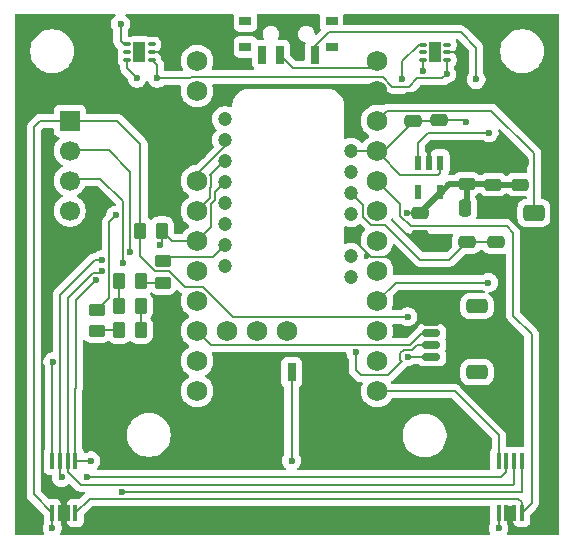
<source format=gbr>
%TF.GenerationSoftware,KiCad,Pcbnew,9.0.5*%
%TF.CreationDate,2025-10-27T23:23:53+01:00*%
%TF.ProjectId,mouse,6d6f7573-652e-46b6-9963-61645f706362,rev?*%
%TF.SameCoordinates,Original*%
%TF.FileFunction,Copper,L1,Top*%
%TF.FilePolarity,Positive*%
%FSLAX46Y46*%
G04 Gerber Fmt 4.6, Leading zero omitted, Abs format (unit mm)*
G04 Created by KiCad (PCBNEW 9.0.5) date 2025-10-27 23:23:53*
%MOMM*%
%LPD*%
G01*
G04 APERTURE LIST*
G04 Aperture macros list*
%AMRoundRect*
0 Rectangle with rounded corners*
0 $1 Rounding radius*
0 $2 $3 $4 $5 $6 $7 $8 $9 X,Y pos of 4 corners*
0 Add a 4 corners polygon primitive as box body*
4,1,4,$2,$3,$4,$5,$6,$7,$8,$9,$2,$3,0*
0 Add four circle primitives for the rounded corners*
1,1,$1+$1,$2,$3*
1,1,$1+$1,$4,$5*
1,1,$1+$1,$6,$7*
1,1,$1+$1,$8,$9*
0 Add four rect primitives between the rounded corners*
20,1,$1+$1,$2,$3,$4,$5,0*
20,1,$1+$1,$4,$5,$6,$7,0*
20,1,$1+$1,$6,$7,$8,$9,0*
20,1,$1+$1,$8,$9,$2,$3,0*%
G04 Aperture macros list end*
%TA.AperFunction,SMDPad,CuDef*%
%ADD10RoundRect,0.250000X-0.650000X0.425000X-0.650000X-0.425000X0.650000X-0.425000X0.650000X0.425000X0*%
%TD*%
%TA.AperFunction,SMDPad,CuDef*%
%ADD11R,0.450000X1.400000*%
%TD*%
%TA.AperFunction,ComponentPad*%
%ADD12C,1.200000*%
%TD*%
%TA.AperFunction,ComponentPad*%
%ADD13R,1.200000X1.200000*%
%TD*%
%TA.AperFunction,SMDPad,CuDef*%
%ADD14RoundRect,0.250000X-0.450000X0.262500X-0.450000X-0.262500X0.450000X-0.262500X0.450000X0.262500X0*%
%TD*%
%TA.AperFunction,ComponentPad*%
%ADD15R,1.700000X1.700000*%
%TD*%
%TA.AperFunction,ComponentPad*%
%ADD16C,1.700000*%
%TD*%
%TA.AperFunction,SMDPad,CuDef*%
%ADD17RoundRect,0.250000X0.475000X-0.250000X0.475000X0.250000X-0.475000X0.250000X-0.475000X-0.250000X0*%
%TD*%
%TA.AperFunction,SMDPad,CuDef*%
%ADD18RoundRect,0.250000X-0.475000X0.250000X-0.475000X-0.250000X0.475000X-0.250000X0.475000X0.250000X0*%
%TD*%
%TA.AperFunction,SMDPad,CuDef*%
%ADD19RoundRect,0.250000X-0.262500X-0.450000X0.262500X-0.450000X0.262500X0.450000X-0.262500X0.450000X0*%
%TD*%
%TA.AperFunction,SMDPad,CuDef*%
%ADD20RoundRect,0.250000X0.262500X0.450000X-0.262500X0.450000X-0.262500X-0.450000X0.262500X-0.450000X0*%
%TD*%
%TA.AperFunction,SMDPad,CuDef*%
%ADD21R,0.700000X1.500000*%
%TD*%
%TA.AperFunction,SMDPad,CuDef*%
%ADD22R,1.000000X0.800000*%
%TD*%
%TA.AperFunction,SMDPad,CuDef*%
%ADD23R,0.800000X1.600000*%
%TD*%
%TA.AperFunction,SMDPad,CuDef*%
%ADD24R,2.100000X3.000000*%
%TD*%
%TA.AperFunction,SMDPad,CuDef*%
%ADD25RoundRect,0.250000X-0.250000X-0.475000X0.250000X-0.475000X0.250000X0.475000X-0.250000X0.475000X0*%
%TD*%
%TA.AperFunction,SMDPad,CuDef*%
%ADD26RoundRect,0.150000X0.625000X-0.150000X0.625000X0.150000X-0.625000X0.150000X-0.625000X-0.150000X0*%
%TD*%
%TA.AperFunction,SMDPad,CuDef*%
%ADD27RoundRect,0.250000X0.650000X-0.350000X0.650000X0.350000X-0.650000X0.350000X-0.650000X-0.350000X0*%
%TD*%
%TA.AperFunction,SMDPad,CuDef*%
%ADD28RoundRect,0.075000X-0.247500X-0.075000X0.247500X-0.075000X0.247500X0.075000X-0.247500X0.075000X0*%
%TD*%
%TA.AperFunction,HeatsinkPad*%
%ADD29R,1.010000X1.700000*%
%TD*%
%TA.AperFunction,SMDPad,CuDef*%
%ADD30R,0.600000X1.250000*%
%TD*%
%TA.AperFunction,ComponentPad*%
%ADD31C,1.752600*%
%TD*%
%TA.AperFunction,ViaPad*%
%ADD32C,0.600000*%
%TD*%
%TA.AperFunction,Conductor*%
%ADD33C,0.200000*%
%TD*%
%TA.AperFunction,Conductor*%
%ADD34C,0.500000*%
%TD*%
G04 APERTURE END LIST*
D10*
%TO.P,SW1,1,1*%
%TO.N,Net-(U2-RST)*%
X204400000Y-95000000D03*
%TO.P,SW1,2,2*%
%TO.N,GND*%
X204400000Y-99150000D03*
%TD*%
D11*
%TO.P,3DHALL1,1,SCK*%
%TO.N,SCK*%
X165575000Y-116000000D03*
%TO.P,3DHALL1,2,SDI*%
%TO.N,MOSI*%
X164925000Y-116000000D03*
%TO.P,3DHALL1,3,SDO*%
%TO.N,MISO*%
X164275000Y-116000000D03*
%TO.P,3DHALL1,4,~{CS}*%
%TO.N,CS 2*%
X163625000Y-116000000D03*
%TO.P,3DHALL1,5,VCC*%
%TO.N,+3.3V*%
X163625000Y-120400000D03*
%TO.P,3DHALL1,6,GND*%
%TO.N,GND*%
X164275000Y-120400000D03*
%TO.P,3DHALL1,7,TEST*%
X164925000Y-120400000D03*
%TO.P,3DHALL1,8,~{ALERT}*%
%TO.N,Alert*%
X165575000Y-120400000D03*
%TD*%
D12*
%TO.P,OpticalSensor1,1,NC*%
%TO.N,unconnected-(OpticalSensor1-NC-Pad1)*%
X188950000Y-100420001D03*
%TO.P,OpticalSensor1,2,NC*%
%TO.N,unconnected-(OpticalSensor1-NC-Pad2)*%
X188950000Y-98640001D03*
D13*
%TO.P,OpticalSensor1,3,GND*%
%TO.N,GND*%
X188950000Y-96860001D03*
D12*
%TO.P,OpticalSensor1,4,VDD*%
%TO.N,1.9v*%
X188950000Y-95080001D03*
%TO.P,OpticalSensor1,5,VDDREG*%
%TO.N,Net-(OpticalSensor1-VDDREG)*%
X188950000Y-93300001D03*
%TO.P,OpticalSensor1,6,NC*%
%TO.N,unconnected-(OpticalSensor1-NC-Pad6)*%
X188950000Y-91520001D03*
%TO.P,OpticalSensor1,7,VDDIO*%
%TO.N,+3.3V*%
X188950000Y-89740002D03*
D13*
%TO.P,OpticalSensor1,8,GNDIO*%
%TO.N,GND*%
X188950000Y-87960002D03*
D12*
%TO.P,OpticalSensor1,9,MOTION*%
%TO.N,MOTION*%
X178250000Y-87070001D03*
%TO.P,OpticalSensor1,10,SCLK*%
%TO.N,SCK*%
X178250000Y-88850001D03*
%TO.P,OpticalSensor1,11,MOSI*%
%TO.N,MISO*%
X178250000Y-90630001D03*
%TO.P,OpticalSensor1,12,MISO*%
%TO.N,MOSI*%
X178250000Y-92410001D03*
%TO.P,OpticalSensor1,13,NCS*%
%TO.N,CS 1*%
X178250000Y-94190001D03*
%TO.P,OpticalSensor1,14,NRESET*%
%TO.N,NRESET*%
X178250000Y-95970001D03*
%TO.P,OpticalSensor1,15,LED_P*%
%TO.N,Net-(OpticalSensor1-LED_P)*%
X178250000Y-97750000D03*
%TO.P,OpticalSensor1,16,NC*%
%TO.N,unconnected-(OpticalSensor1-NC-Pad16)*%
X178249999Y-99530001D03*
%TD*%
D14*
%TO.P,RLED5,1*%
%TO.N,1.9v*%
X167400000Y-103187500D03*
%TO.P,RLED5,2*%
%TO.N,Net-(RLED4-Pad2)*%
X167400000Y-105012500D03*
%TD*%
D15*
%TO.P,J1,1,Pin_1*%
%TO.N,+3.3V*%
X165100000Y-87200000D03*
D16*
%TO.P,J1,2,Pin_2*%
%TO.N,SDA*%
X165100000Y-89740000D03*
%TO.P,J1,3,Pin_3*%
%TO.N,SCL*%
X165100000Y-92280000D03*
%TO.P,J1,4,Pin_4*%
%TO.N,INT*%
X165100000Y-94820000D03*
%TO.P,J1,5,Pin_5*%
%TO.N,GND*%
X165100000Y-97360000D03*
%TD*%
D17*
%TO.P,C4,1*%
%TO.N,+3.3V*%
X196400000Y-87150000D03*
%TO.P,C4,2*%
%TO.N,GND*%
X196400000Y-85250000D03*
%TD*%
D18*
%TO.P,C2,1*%
%TO.N,Net-(OpticalSensor1-VDDREG)*%
X201200000Y-97500000D03*
%TO.P,C2,2*%
%TO.N,GND*%
X201200000Y-99400000D03*
%TD*%
D11*
%TO.P,3DHALL2,1,SCK*%
%TO.N,SCK*%
X203375000Y-116000000D03*
%TO.P,3DHALL2,2,SDI*%
%TO.N,MOSI*%
X202725000Y-116000000D03*
%TO.P,3DHALL2,3,SDO*%
%TO.N,MISO*%
X202075000Y-116000000D03*
%TO.P,3DHALL2,4,~{CS}*%
%TO.N,CS 3*%
X201425000Y-116000000D03*
%TO.P,3DHALL2,5,VCC*%
%TO.N,+3.3V*%
X201425000Y-120400000D03*
%TO.P,3DHALL2,6,GND*%
%TO.N,GND*%
X202075000Y-120400000D03*
%TO.P,3DHALL2,7,TEST*%
X202725000Y-120400000D03*
%TO.P,3DHALL2,8,~{ALERT}*%
%TO.N,Alert*%
X203375000Y-120400000D03*
%TD*%
D17*
%TO.P,C6,1*%
%TO.N,1.9v*%
X203200000Y-92600000D03*
%TO.P,C6,2*%
%TO.N,GND*%
X203200000Y-90700000D03*
%TD*%
D14*
%TO.P,RLED1,1*%
%TO.N,Net-(OpticalSensor1-LED_P)*%
X173000000Y-99087500D03*
%TO.P,RLED1,2*%
%TO.N,Net-(RLED1-Pad2)*%
X173000000Y-100912500D03*
%TD*%
D19*
%TO.P,RLED3,1*%
%TO.N,Net-(RLED2-Pad2)*%
X169287500Y-102900000D03*
%TO.P,RLED3,2*%
%TO.N,Net-(RLED3-Pad2)*%
X171112500Y-102900000D03*
%TD*%
D20*
%TO.P,RLED2,1*%
%TO.N,Net-(RLED1-Pad2)*%
X171112500Y-100800000D03*
%TO.P,RLED2,2*%
%TO.N,Net-(RLED2-Pad2)*%
X169287500Y-100800000D03*
%TD*%
D21*
%TO.P,Switch1,1,1*%
%TO.N,Battery*%
X185870000Y-81595000D03*
%TO.P,Switch1,2,2*%
%TO.N,Interruptor*%
X182870000Y-81595000D03*
%TO.P,Switch1,3,3*%
%TO.N,unconnected-(Switch1-Pad3)*%
X181370000Y-81595000D03*
D22*
%TO.P,Switch1,4,4*%
%TO.N,unconnected-(Switch1-Pad4)*%
X187270000Y-80945000D03*
%TO.P,Switch1,5,5*%
%TO.N,unconnected-(Switch1-Pad5)*%
X187270000Y-78745000D03*
%TO.P,Switch1,6,6*%
%TO.N,unconnected-(Switch1-Pad6)*%
X179970000Y-80945000D03*
%TO.P,Switch1,7,7*%
%TO.N,unconnected-(Switch1-Pad7)*%
X179970000Y-78745000D03*
%TD*%
D17*
%TO.P,C7,1*%
%TO.N,1.9v*%
X198700000Y-92550000D03*
%TO.P,C7,2*%
%TO.N,GND*%
X198700000Y-90650000D03*
%TD*%
D23*
%TO.P,J3,1,1*%
%TO.N,GND*%
X182625000Y-108500000D03*
%TO.P,J3,2,2*%
%TO.N,Battery*%
X183875000Y-108500000D03*
D24*
%TO.P,J3,MP1,MP1*%
%TO.N,GND*%
X180075000Y-111400000D03*
%TO.P,J3,MP2,MP2*%
X186425000Y-111400000D03*
%TD*%
D20*
%TO.P,R1,1*%
%TO.N,MOSI*%
X172912500Y-96500000D03*
%TO.P,R1,2*%
%TO.N,+3.3V*%
X171087500Y-96500000D03*
%TD*%
D18*
%TO.P,C8,1*%
%TO.N,1.9v*%
X194750000Y-95050000D03*
%TO.P,C8,2*%
%TO.N,GND*%
X194750000Y-96950000D03*
%TD*%
D17*
%TO.P,C3,1*%
%TO.N,+3.3V*%
X194200000Y-87200000D03*
%TO.P,C3,2*%
%TO.N,GND*%
X194200000Y-85300000D03*
%TD*%
D25*
%TO.P,C9,1*%
%TO.N,1.9v*%
X198550000Y-94600000D03*
%TO.P,C9,2*%
%TO.N,GND*%
X200450000Y-94600000D03*
%TD*%
D26*
%TO.P,J2,1,Pin_1*%
%TO.N,+3.3V*%
X195700000Y-107200000D03*
%TO.P,J2,2,Pin_2*%
%TO.N,SDA*%
X195700000Y-106200000D03*
%TO.P,J2,3,Pin_3*%
%TO.N,SCL*%
X195700000Y-105200000D03*
%TO.P,J2,4,Pin_4*%
%TO.N,GND*%
X195700000Y-104200000D03*
D27*
%TO.P,J2,MP,MountPin*%
%TO.N,unconnected-(J2-MountPin-PadMP)_1*%
X199575000Y-108500000D03*
%TO.N,unconnected-(J2-MountPin-PadMP)*%
X199575000Y-102900000D03*
%TD*%
D28*
%TO.P,HALL2,1,OUTPUT*%
%TO.N,Left_click*%
X169972453Y-80724918D03*
%TO.P,HALL2,2,NC_1*%
%TO.N,unconnected-(HALL2-NC_1-Pad2)*%
X169972453Y-81374918D03*
%TO.P,HALL2,3,VDD*%
%TO.N,1.9v*%
X169972453Y-82024918D03*
%TO.P,HALL2,4,CNTRL*%
%TO.N,Left_control*%
X172027453Y-82024918D03*
%TO.P,HALL2,5,GND*%
%TO.N,GND*%
X172027453Y-81374918D03*
%TO.P,HALL2,6,NC_2*%
%TO.N,unconnected-(HALL2-NC_2-Pad6)*%
X172027453Y-80724918D03*
D29*
%TO.P,HALL2,7,EP*%
%TO.N,unconnected-(HALL2-EP-Pad7)*%
X170999953Y-81374918D03*
%TD*%
D30*
%TO.P,LDO1.9,1,IN*%
%TO.N,+3.3V*%
X196450000Y-90750000D03*
%TO.P,LDO1.9,2,GND*%
%TO.N,GND*%
X195500000Y-90750000D03*
%TO.P,LDO1.9,3,EN*%
%TO.N,EN_LDO*%
X194550000Y-90750000D03*
%TO.P,LDO1.9,4,NC*%
%TO.N,unconnected-(LDO1.9-NC-Pad4)*%
X194550000Y-93250000D03*
%TO.P,LDO1.9,5,OUT*%
%TO.N,1.9v*%
X196450000Y-93250000D03*
%TD*%
D31*
%TO.P,U2,1,TX0/P0.06*%
%TO.N,unconnected-(U2-TX0{slash}P0.06-Pad1)*%
X175880000Y-82140000D03*
%TO.P,U2,2,RX1/P0.08*%
%TO.N,unconnected-(U2-RX1{slash}P0.08-Pad2)*%
X175880000Y-84680000D03*
%TO.P,U2,3,GND*%
%TO.N,GND*%
X175880000Y-87220000D03*
%TO.P,U2,4,GND*%
X175880000Y-89760000D03*
%TO.P,U2,5,P0.17*%
%TO.N,SCK*%
X175880000Y-92300000D03*
%TO.P,U2,6,P0.20*%
%TO.N,MISO*%
X175880000Y-94840000D03*
%TO.P,U2,7,P0.22*%
%TO.N,MOSI*%
X175880000Y-97380000D03*
%TO.P,U2,8,P0.24*%
%TO.N,CS 1*%
X175880000Y-99920000D03*
%TO.P,U2,9,P1.00*%
%TO.N,SDA*%
X175880000Y-102460000D03*
%TO.P,U2,10,P0.11*%
%TO.N,SCL*%
X175880000Y-105000000D03*
%TO.P,U2,11,P1.04*%
%TO.N,CS 2*%
X175880000Y-107540000D03*
%TO.P,U2,12,P1.06*%
%TO.N,MOTION*%
X175880000Y-110080000D03*
%TO.P,U2,13,NFC1/P0.09*%
%TO.N,CS 3*%
X191120000Y-110080000D03*
%TO.P,U2,14,NFC2/P0.10*%
%TO.N,NRESET*%
X191120000Y-107540000D03*
%TO.P,U2,15,P1.11*%
%TO.N,INT*%
X191120000Y-105000000D03*
%TO.P,U2,16,P1.13*%
%TO.N,EN_LDO*%
X191120000Y-102460000D03*
%TO.P,U2,17,P1.15*%
%TO.N,Left_control*%
X191120000Y-99920000D03*
%TO.P,U2,18,AIN0/P0.02*%
%TO.N,Left_click*%
X191120000Y-97380000D03*
%TO.P,U2,19,AIN5/P0.29*%
%TO.N,Right_click*%
X191120000Y-94840000D03*
%TO.P,U2,20,AIN7/P0.31*%
%TO.N,Alert*%
X191120000Y-92300000D03*
%TO.P,U2,21,VCC*%
%TO.N,+3.3V*%
X191120000Y-89760000D03*
%TO.P,U2,22,RST*%
%TO.N,Net-(U2-RST)*%
X191120000Y-87220000D03*
%TO.P,U2,23,GND*%
%TO.N,GND*%
X191120000Y-84680000D03*
%TO.P,U2,24,BATIN/P0.04*%
%TO.N,Interruptor*%
X191120000Y-82140000D03*
%TO.P,U2,31,P1.01*%
%TO.N,unconnected-(U2-P1.01-Pad31)*%
X178420000Y-105000000D03*
%TO.P,U2,32,P1.02*%
%TO.N,unconnected-(U2-P1.02-Pad32)*%
X180960000Y-105000000D03*
%TO.P,U2,33,P1.07*%
%TO.N,unconnected-(U2-P1.07-Pad33)*%
X183500000Y-105000000D03*
%TD*%
D18*
%TO.P,C1,1*%
%TO.N,Net-(OpticalSensor1-VDDREG)*%
X198700000Y-97500000D03*
%TO.P,C1,2*%
%TO.N,GND*%
X198700000Y-99400000D03*
%TD*%
D20*
%TO.P,RLED4,1*%
%TO.N,Net-(RLED3-Pad2)*%
X171112500Y-104900000D03*
%TO.P,RLED4,2*%
%TO.N,Net-(RLED4-Pad2)*%
X169287500Y-104900000D03*
%TD*%
D28*
%TO.P,HALL1,1,OUTPUT*%
%TO.N,Right_click*%
X194972500Y-80750000D03*
%TO.P,HALL1,2,NC_1*%
%TO.N,unconnected-(HALL1-NC_1-Pad2)*%
X194972500Y-81400000D03*
%TO.P,HALL1,3,VDD*%
%TO.N,1.9v*%
X194972500Y-82050000D03*
%TO.P,HALL1,4,CNTRL*%
%TO.N,Left_control*%
X197027500Y-82050000D03*
%TO.P,HALL1,5,GND*%
%TO.N,GND*%
X197027500Y-81400000D03*
%TO.P,HALL1,6,NC_2*%
%TO.N,unconnected-(HALL1-NC_2-Pad6)*%
X197027500Y-80750000D03*
D29*
%TO.P,HALL1,7,EP*%
%TO.N,unconnected-(HALL1-EP-Pad7)*%
X196000000Y-81400000D03*
%TD*%
D17*
%TO.P,C5,1*%
%TO.N,1.9v*%
X200950000Y-92600000D03*
%TO.P,C5,2*%
%TO.N,GND*%
X200950000Y-90700000D03*
%TD*%
D32*
%TO.N,GND*%
X178050000Y-82200000D03*
X196200000Y-99900000D03*
X191250000Y-114950000D03*
X204000000Y-121850000D03*
X198850000Y-120450000D03*
X202550000Y-105850000D03*
X202050000Y-89350000D03*
%TO.N,EN_LDO*%
X200600000Y-88200000D03*
X200550000Y-100900000D03*
%TO.N,GND*%
X205700000Y-105500000D03*
X163200000Y-101200000D03*
X174500000Y-120400000D03*
X196800000Y-97900000D03*
%TO.N,Right_click*%
X193250000Y-83700000D03*
%TO.N,1.9v*%
X195000000Y-83000000D03*
X193651000Y-95000000D03*
X170800000Y-83600000D03*
X169000000Y-95200000D03*
%TO.N,+3.3V*%
X201400000Y-121700000D03*
X163625000Y-121700000D03*
X193700000Y-107200000D03*
X193700000Y-103800000D03*
X198650000Y-87300000D03*
%TO.N,Left_control*%
X197000000Y-83250000D03*
X172500000Y-83600000D03*
%TO.N,Left_click*%
X169400000Y-79000000D03*
%TO.N,SCK*%
X169500000Y-118600000D03*
X167300000Y-100700000D03*
X166900000Y-116000000D03*
%TO.N,SDA*%
X170200000Y-98350000D03*
X189300000Y-106800000D03*
%TO.N,MOSI*%
X167800000Y-99882068D03*
X172750000Y-97750000D03*
%TO.N,SCL*%
X169600000Y-99240000D03*
%TO.N,MISO*%
X166600000Y-117400000D03*
X167800000Y-98975735D03*
X164400000Y-117400000D03*
%TO.N,CS 2*%
X163675000Y-107600000D03*
%TO.N,Battery*%
X183875000Y-115975000D03*
X199500000Y-83700000D03*
%TD*%
D33*
%TO.N,EN_LDO*%
X194550000Y-89050000D02*
X194550000Y-90750000D01*
X195400000Y-88200000D02*
X194550000Y-89050000D01*
X200600000Y-88200000D02*
X195400000Y-88200000D01*
%TO.N,+3.3V*%
X196300000Y-91750000D02*
X196450000Y-91600000D01*
X196450000Y-91600000D02*
X196450000Y-90750000D01*
X193100000Y-91750000D02*
X196300000Y-91750000D01*
X191120000Y-89770000D02*
X193100000Y-91750000D01*
X191120000Y-89760000D02*
X191120000Y-89770000D01*
%TO.N,EN_LDO*%
X200550000Y-100900000D02*
X192680000Y-100900000D01*
X192680000Y-100900000D02*
X191120000Y-102460000D01*
%TO.N,+3.3V*%
X192110000Y-90750000D02*
X191120000Y-89760000D01*
%TO.N,GND*%
X192250000Y-98750000D02*
X192242700Y-98742700D01*
X190632346Y-98742700D02*
X192242700Y-98742700D01*
X188950000Y-97060354D02*
X190632346Y-98742700D01*
X188950000Y-96860001D02*
X188950000Y-97060354D01*
%TO.N,Alert*%
X204200000Y-119575000D02*
X203375000Y-120400000D01*
X202650000Y-96700000D02*
X202650000Y-103700000D01*
X202099000Y-96149000D02*
X202650000Y-96700000D01*
X193050000Y-95248943D02*
X193950057Y-96149000D01*
X193950057Y-96149000D02*
X202099000Y-96149000D01*
X193050000Y-94230000D02*
X193050000Y-95248943D01*
X202650000Y-103700000D02*
X204200000Y-105250000D01*
X191120000Y-92300000D02*
X193050000Y-94230000D01*
X204200000Y-105250000D02*
X204200000Y-119575000D01*
%TO.N,Net-(U2-RST)*%
X204400000Y-89950000D02*
X204400000Y-95000000D01*
X191996300Y-86343700D02*
X200793700Y-86343700D01*
X200793700Y-86343700D02*
X204400000Y-89950000D01*
X191120000Y-87220000D02*
X191996300Y-86343700D01*
%TO.N,+3.3V*%
X198650000Y-87300000D02*
X198500000Y-87150000D01*
X198500000Y-87150000D02*
X196400000Y-87150000D01*
%TO.N,Alert*%
X203375000Y-119500000D02*
X203375000Y-120400000D01*
X203075000Y-119200000D02*
X203375000Y-119500000D01*
X166775000Y-119200000D02*
X203075000Y-119200000D01*
X165575000Y-120400000D02*
X166775000Y-119200000D01*
%TO.N,GND*%
X188950000Y-86850000D02*
X191120000Y-84680000D01*
X196400000Y-103500000D02*
X196400000Y-102400000D01*
X172027453Y-81374918D02*
X173174918Y-81374918D01*
X188950000Y-87960002D02*
X188950000Y-86850000D01*
X195700000Y-104200000D02*
X196400000Y-103500000D01*
X197000000Y-81400000D02*
X198100000Y-81400000D01*
%TO.N,CS 3*%
X201425000Y-116000000D02*
X201425000Y-113825000D01*
X197680000Y-110080000D02*
X191120000Y-110080000D01*
X201425000Y-113825000D02*
X197680000Y-110080000D01*
%TO.N,Right_click*%
X194649999Y-80750000D02*
X194945000Y-80750000D01*
X193250000Y-82150000D02*
X194649999Y-80750000D01*
X193250000Y-83700000D02*
X193250000Y-82150000D01*
%TO.N,1.9v*%
X194700000Y-95000000D02*
X194750000Y-95050000D01*
D34*
X196450000Y-93350000D02*
X194750000Y-95050000D01*
D33*
X168400000Y-102187500D02*
X167400000Y-103187500D01*
X196490000Y-93290000D02*
X196450000Y-93250000D01*
X169000000Y-95200000D02*
X168400000Y-95800000D01*
X198700000Y-94450000D02*
X198550000Y-94600000D01*
X193651000Y-95000000D02*
X194700000Y-95000000D01*
D34*
X200950000Y-92600000D02*
X203200000Y-92600000D01*
D33*
X170800000Y-83600000D02*
X169972453Y-82772453D01*
D34*
X197230000Y-92550000D02*
X196490000Y-93290000D01*
D33*
X196450000Y-93250000D02*
X196450000Y-93350000D01*
X168400000Y-95800000D02*
X168400000Y-102187500D01*
D34*
X200900000Y-92550000D02*
X197230000Y-92550000D01*
D33*
X195000000Y-83000000D02*
X195000000Y-82105000D01*
D34*
X198700000Y-92550000D02*
X198700000Y-94450000D01*
D33*
X195000000Y-82105000D02*
X194945000Y-82050000D01*
D34*
X200950000Y-92600000D02*
X200900000Y-92550000D01*
D33*
X169972453Y-82772453D02*
X169972453Y-82024918D01*
%TO.N,+3.3V*%
X193677300Y-103822700D02*
X178907654Y-103822700D01*
X196550000Y-87250000D02*
X194300000Y-87250000D01*
X173487160Y-99901000D02*
X172314840Y-99901000D01*
X191100002Y-89740002D02*
X191120000Y-89760000D01*
X188950000Y-89740002D02*
X191100002Y-89740002D01*
X194250000Y-87200000D02*
X191690000Y-89760000D01*
X201425000Y-120400000D02*
X201425000Y-120975000D01*
X172314840Y-99901000D02*
X171087500Y-98673660D01*
X163625000Y-120400000D02*
X162049000Y-118824000D01*
X174868860Y-101282700D02*
X173487160Y-99901000D01*
X178907654Y-103822700D02*
X176367654Y-101282700D01*
X163625000Y-121700000D02*
X163625000Y-120400000D01*
X195700000Y-107200000D02*
X193700000Y-107200000D01*
X176367654Y-101282700D02*
X174868860Y-101282700D01*
X170750000Y-96500000D02*
X171087500Y-96500000D01*
X162049000Y-87751000D02*
X162600000Y-87200000D01*
X162049000Y-118824000D02*
X162049000Y-87751000D01*
X171087500Y-98673660D02*
X171087500Y-96500000D01*
X193700000Y-103800000D02*
X193677300Y-103822700D01*
X201400000Y-121700000D02*
X201400000Y-120425000D01*
X191690000Y-89760000D02*
X191120000Y-89760000D01*
X162600000Y-87200000D02*
X165100000Y-87200000D01*
X193700000Y-107200000D02*
X196116968Y-107200000D01*
X171087500Y-89187500D02*
X169100000Y-87200000D01*
X169100000Y-87200000D02*
X165100000Y-87200000D01*
X194300000Y-87250000D02*
X194250000Y-87200000D01*
X171087500Y-96500000D02*
X171087500Y-89187500D01*
X201400000Y-120425000D02*
X201425000Y-120400000D01*
%TO.N,Left_control*%
X172500000Y-83600000D02*
X175295046Y-83600000D01*
X172500000Y-83600000D02*
X172500000Y-82497465D01*
X191607654Y-83502700D02*
X192404954Y-84300000D01*
X196650000Y-83600000D02*
X197000000Y-83250000D01*
X197000000Y-83250000D02*
X197000000Y-82050000D01*
X192404954Y-84300000D02*
X193800057Y-84300000D01*
X175392346Y-83502700D02*
X191607654Y-83502700D01*
X175295046Y-83600000D02*
X175392346Y-83502700D01*
X193800057Y-84300000D02*
X194500057Y-83600000D01*
X172500000Y-82497465D02*
X172027453Y-82024918D01*
X194500057Y-83600000D02*
X196650000Y-83600000D01*
%TO.N,Left_click*%
X169400000Y-80474964D02*
X169649954Y-80724918D01*
X169400000Y-79000000D02*
X169400000Y-80474964D01*
X169649954Y-80724918D02*
X169972453Y-80724918D01*
%TO.N,SCK*%
X165600000Y-109800000D02*
X165575000Y-109825000D01*
X178250000Y-89355794D02*
X178250000Y-88850001D01*
X203400000Y-118600000D02*
X203400000Y-116025000D01*
X165600000Y-102400000D02*
X165600000Y-109800000D01*
X165575000Y-109825000D02*
X165575000Y-116000000D01*
X175880000Y-91725794D02*
X178250000Y-89355794D01*
X167300000Y-100700000D02*
X165600000Y-102400000D01*
X175880000Y-92300000D02*
X175880000Y-91725794D01*
X169500000Y-118600000D02*
X203400000Y-118600000D01*
X165575000Y-116000000D02*
X166900000Y-116000000D01*
%TO.N,SDA*%
X168400000Y-89700000D02*
X165140000Y-89700000D01*
X192082700Y-108717300D02*
X193225029Y-107574971D01*
X193401000Y-106599000D02*
X194093101Y-106599000D01*
X170200000Y-91500000D02*
X168400000Y-89700000D01*
X189300000Y-106800000D02*
X189300000Y-108301000D01*
X189716300Y-108717300D02*
X192082700Y-108717300D01*
X189300000Y-108301000D02*
X189716300Y-108717300D01*
X194093101Y-106599000D02*
X194113801Y-106578300D01*
X193225029Y-107574971D02*
X193099000Y-107448943D01*
X193099000Y-106901000D02*
X193401000Y-106599000D01*
X194113801Y-106578300D02*
X194492101Y-106200000D01*
X165140000Y-89700000D02*
X165100000Y-89740000D01*
X194492101Y-106200000D02*
X195700000Y-106200000D01*
X193099000Y-107448943D02*
X193099000Y-106901000D01*
X170200000Y-98350000D02*
X170200000Y-91500000D01*
%TO.N,MOSI*%
X177401000Y-93886100D02*
X177401000Y-93259001D01*
X175880000Y-97380000D02*
X173792500Y-97380000D01*
X166025000Y-118000000D02*
X164925000Y-116900000D01*
X172912500Y-97587500D02*
X172912500Y-96500000D01*
X177057300Y-94229800D02*
X177401000Y-93886100D01*
X172750000Y-96662500D02*
X172912500Y-96500000D01*
X202725000Y-117925000D02*
X202650000Y-118000000D01*
X172750000Y-97750000D02*
X172912500Y-97587500D01*
X167606569Y-100075499D02*
X167024501Y-100075499D01*
X167024501Y-100075499D02*
X164925000Y-102175000D01*
X175880000Y-97380000D02*
X177057300Y-96202700D01*
X164925000Y-102175000D02*
X164925000Y-116000000D01*
X202650000Y-118000000D02*
X166025000Y-118000000D01*
X164925000Y-116900000D02*
X164925000Y-116000000D01*
X177401000Y-93259001D02*
X178250000Y-92410001D01*
X173706250Y-97293750D02*
X172912500Y-96500000D01*
X177057300Y-96202700D02*
X177057300Y-94229800D01*
X167800000Y-99882068D02*
X167606569Y-100075499D01*
X202725000Y-116000000D02*
X202725000Y-117925000D01*
X173792500Y-97380000D02*
X173706250Y-97293750D01*
%TO.N,SCL*%
X193947701Y-106177300D02*
X194925001Y-105200000D01*
X194925001Y-105200000D02*
X195700000Y-105200000D01*
X177057300Y-106177300D02*
X193947701Y-106177300D01*
X169600000Y-99240000D02*
X169600000Y-94000000D01*
X165280000Y-92100000D02*
X165100000Y-92280000D01*
X167700000Y-92100000D02*
X165280000Y-92100000D01*
X169600000Y-94000000D02*
X167700000Y-92100000D01*
X175880000Y-105000000D02*
X177057300Y-106177300D01*
%TO.N,MISO*%
X177000000Y-93720000D02*
X177000000Y-92844954D01*
X201575000Y-117400000D02*
X202075000Y-116900000D01*
X167800000Y-98975735D02*
X167772793Y-98975735D01*
X166600000Y-117400000D02*
X201575000Y-117400000D01*
X176860000Y-93860000D02*
X176985000Y-93735000D01*
X167200000Y-99000000D02*
X164275000Y-101925000D01*
X176860000Y-93860000D02*
X177000000Y-93720000D01*
X177000000Y-92844954D02*
X177057300Y-92787654D01*
X202075000Y-116900000D02*
X202075000Y-116000000D01*
X175880000Y-94840000D02*
X176860000Y-93860000D01*
X177057300Y-91812346D02*
X177000000Y-91755046D01*
X177000000Y-91755046D02*
X177000000Y-91750000D01*
X175790000Y-94750000D02*
X175880000Y-94840000D01*
X164275000Y-116000000D02*
X164275000Y-117275000D01*
X177057300Y-92787654D02*
X177057300Y-91812346D01*
X164275000Y-117275000D02*
X164400000Y-117400000D01*
X167772793Y-98975735D02*
X167748528Y-99000000D01*
X178119999Y-90630001D02*
X178250000Y-90630001D01*
X164275000Y-101925000D02*
X164275000Y-116000000D01*
X177000000Y-91750000D02*
X178119999Y-90630001D01*
X167748528Y-99000000D02*
X167200000Y-99000000D01*
%TO.N,Net-(OpticalSensor1-LED_P)*%
X173000000Y-99087500D02*
X173000000Y-98897900D01*
X177257300Y-98742700D02*
X178250000Y-97750000D01*
X173000000Y-98897900D02*
X173155200Y-98742700D01*
X173155200Y-98742700D02*
X177257300Y-98742700D01*
%TO.N,Net-(OpticalSensor1-VDDREG)*%
X197250000Y-98950000D02*
X194750000Y-98950000D01*
X189942700Y-94292701D02*
X188950000Y-93300001D01*
X194750000Y-98950000D02*
X191817300Y-96017300D01*
X198700000Y-97500000D02*
X197250000Y-98950000D01*
X190632346Y-96017300D02*
X189942700Y-95327654D01*
X191817300Y-96017300D02*
X190632346Y-96017300D01*
X198700000Y-97500000D02*
X201200000Y-97500000D01*
X189942700Y-95327654D02*
X189942700Y-94292701D01*
%TO.N,CS 2*%
X163625000Y-107650000D02*
X163625000Y-116000000D01*
X163675000Y-107600000D02*
X163625000Y-107650000D01*
%TO.N,Battery*%
X183875000Y-108500000D02*
X183875000Y-115975000D01*
X199500000Y-83700000D02*
X199500000Y-81000000D01*
X198200000Y-79700000D02*
X187013000Y-79700000D01*
X199500000Y-81000000D02*
X198200000Y-79700000D01*
X187013000Y-79700000D02*
X185870000Y-80843000D01*
X185870000Y-80843000D02*
X185870000Y-81595000D01*
%TO.N,Interruptor*%
X190560000Y-82700000D02*
X191120000Y-82140000D01*
X182870000Y-81595000D02*
X183975000Y-82700000D01*
X183975000Y-82700000D02*
X190560000Y-82700000D01*
%TO.N,Net-(RLED1-Pad2)*%
X171225000Y-100912500D02*
X171112500Y-100800000D01*
X173000000Y-100912500D02*
X171225000Y-100912500D01*
%TO.N,Net-(RLED2-Pad2)*%
X169287500Y-100800000D02*
X169287500Y-102900000D01*
%TO.N,Net-(RLED3-Pad2)*%
X171112500Y-102900000D02*
X171112500Y-104900000D01*
%TO.N,Net-(RLED4-Pad2)*%
X169287500Y-104900000D02*
X167512500Y-104900000D01*
X167512500Y-104900000D02*
X167400000Y-105012500D01*
%TD*%
%TA.AperFunction,Conductor*%
%TO.N,GND*%
G36*
X168962336Y-78169407D02*
G01*
X168998300Y-78218907D01*
X168998300Y-78280093D01*
X168962336Y-78329593D01*
X168959147Y-78331815D01*
X168889711Y-78378211D01*
X168889707Y-78378214D01*
X168778214Y-78489707D01*
X168778211Y-78489711D01*
X168690609Y-78620814D01*
X168690603Y-78620825D01*
X168630263Y-78766501D01*
X168630263Y-78766503D01*
X168599500Y-78921155D01*
X168599500Y-78921158D01*
X168599500Y-79078842D01*
X168627474Y-79219478D01*
X168630263Y-79233496D01*
X168630263Y-79233498D01*
X168690603Y-79379174D01*
X168690609Y-79379185D01*
X168737593Y-79449500D01*
X168778211Y-79510289D01*
X168778212Y-79510290D01*
X168780913Y-79514332D01*
X168779536Y-79515251D01*
X168799329Y-79565832D01*
X168799500Y-79571652D01*
X168799500Y-80389827D01*
X168799499Y-80389845D01*
X168799499Y-80395907D01*
X168799499Y-80554021D01*
X168840423Y-80706749D01*
X168840424Y-80706752D01*
X168858186Y-80737515D01*
X168858187Y-80737518D01*
X168919478Y-80843677D01*
X168919480Y-80843680D01*
X169031284Y-80955484D01*
X169031286Y-80955485D01*
X169136866Y-81061065D01*
X169164643Y-81115582D01*
X169165015Y-81143991D01*
X169149453Y-81262196D01*
X169149453Y-81487638D01*
X169164265Y-81600151D01*
X169189897Y-81662034D01*
X169194696Y-81723031D01*
X169189897Y-81737802D01*
X169164265Y-81799684D01*
X169149453Y-81912197D01*
X169149453Y-82137638D01*
X169164265Y-82250150D01*
X169164267Y-82250156D01*
X169222254Y-82390151D01*
X169222255Y-82390152D01*
X169314498Y-82510366D01*
X169314502Y-82510369D01*
X169333219Y-82524731D01*
X169341382Y-82536607D01*
X169353046Y-82545082D01*
X169358281Y-82561194D01*
X169367875Y-82575153D01*
X169371953Y-82603273D01*
X169371953Y-82687316D01*
X169371952Y-82687334D01*
X169371952Y-82693396D01*
X169371952Y-82851510D01*
X169412876Y-83004238D01*
X169412877Y-83004241D01*
X169431747Y-83036923D01*
X169431748Y-83036926D01*
X169491931Y-83141166D01*
X169491933Y-83141169D01*
X169603737Y-83252973D01*
X169603739Y-83252974D01*
X169971163Y-83620398D01*
X169998514Y-83674079D01*
X169998551Y-83674072D01*
X169998576Y-83674202D01*
X169998940Y-83674915D01*
X169999342Y-83678052D01*
X170030263Y-83833496D01*
X170030263Y-83833498D01*
X170090603Y-83979174D01*
X170090609Y-83979185D01*
X170117705Y-84019736D01*
X170178211Y-84110289D01*
X170289711Y-84221789D01*
X170360228Y-84268907D01*
X170420814Y-84309390D01*
X170420825Y-84309396D01*
X170450743Y-84321788D01*
X170566503Y-84369737D01*
X170721158Y-84400500D01*
X170721159Y-84400500D01*
X170878841Y-84400500D01*
X170878842Y-84400500D01*
X171033497Y-84369737D01*
X171179179Y-84309394D01*
X171310289Y-84221789D01*
X171421789Y-84110289D01*
X171509394Y-83979179D01*
X171558536Y-83860537D01*
X171598272Y-83814012D01*
X171657767Y-83799728D01*
X171714295Y-83823142D01*
X171741463Y-83860536D01*
X171746124Y-83871788D01*
X171790603Y-83979174D01*
X171790609Y-83979185D01*
X171817705Y-84019736D01*
X171878211Y-84110289D01*
X171989711Y-84221789D01*
X172060228Y-84268907D01*
X172120814Y-84309390D01*
X172120825Y-84309396D01*
X172150743Y-84321788D01*
X172266503Y-84369737D01*
X172421158Y-84400500D01*
X172421159Y-84400500D01*
X172578841Y-84400500D01*
X172578842Y-84400500D01*
X172733497Y-84369737D01*
X172879179Y-84309394D01*
X173010289Y-84221789D01*
X173010290Y-84221787D01*
X173014332Y-84219087D01*
X173015251Y-84220463D01*
X173065832Y-84200671D01*
X173071652Y-84200500D01*
X174451884Y-84200500D01*
X174510075Y-84219407D01*
X174546039Y-84268907D01*
X174546039Y-84330091D01*
X174537101Y-84357599D01*
X174503200Y-84571640D01*
X174503200Y-84788359D01*
X174537100Y-85002396D01*
X174604070Y-85208508D01*
X174696799Y-85390501D01*
X174702455Y-85401600D01*
X174829836Y-85576925D01*
X174983075Y-85730164D01*
X175158400Y-85857545D01*
X175351492Y-85955930D01*
X175557599Y-86022898D01*
X175557600Y-86022898D01*
X175557603Y-86022899D01*
X175771641Y-86056800D01*
X175771644Y-86056800D01*
X175988359Y-86056800D01*
X176202396Y-86022899D01*
X176202397Y-86022898D01*
X176202401Y-86022898D01*
X176408508Y-85955930D01*
X176601600Y-85857545D01*
X176776925Y-85730164D01*
X176930164Y-85576925D01*
X177057545Y-85401600D01*
X177155930Y-85208508D01*
X177222898Y-85002401D01*
X177224060Y-84995063D01*
X177256800Y-84788359D01*
X177256800Y-84571640D01*
X177222899Y-84357603D01*
X177211262Y-84321789D01*
X177182346Y-84232792D01*
X177182346Y-84171607D01*
X177218310Y-84122107D01*
X177276501Y-84103200D01*
X191317911Y-84103200D01*
X191376102Y-84122107D01*
X191387915Y-84132196D01*
X191924432Y-84668713D01*
X191924434Y-84668716D01*
X192036238Y-84780520D01*
X192173170Y-84859577D01*
X192280288Y-84888279D01*
X192325896Y-84900500D01*
X192325897Y-84900500D01*
X193714921Y-84900500D01*
X193714937Y-84900501D01*
X193721000Y-84900501D01*
X193879113Y-84900501D01*
X193879114Y-84900501D01*
X194031842Y-84859577D01*
X194076795Y-84833622D01*
X194081958Y-84830641D01*
X194081961Y-84830639D01*
X194168773Y-84780520D01*
X194280577Y-84668716D01*
X194280577Y-84668714D01*
X194288727Y-84660565D01*
X194288728Y-84660562D01*
X194719796Y-84229496D01*
X194774312Y-84201719D01*
X194789799Y-84200500D01*
X196564864Y-84200500D01*
X196564880Y-84200501D01*
X196570943Y-84200501D01*
X196729056Y-84200501D01*
X196729057Y-84200501D01*
X196881785Y-84159577D01*
X196931904Y-84130639D01*
X197018716Y-84080520D01*
X197028511Y-84070724D01*
X197038259Y-84064685D01*
X197057371Y-84059996D01*
X197074078Y-84051482D01*
X197074072Y-84051449D01*
X197074189Y-84051425D01*
X197074907Y-84051060D01*
X197078057Y-84050656D01*
X197078841Y-84050500D01*
X197078842Y-84050500D01*
X197233497Y-84019737D01*
X197379179Y-83959394D01*
X197510289Y-83871789D01*
X197621789Y-83760289D01*
X197709394Y-83629179D01*
X197769737Y-83483497D01*
X197800500Y-83328842D01*
X197800500Y-83171158D01*
X197769737Y-83016503D01*
X197730243Y-82921155D01*
X197709396Y-82870825D01*
X197709390Y-82870814D01*
X197667453Y-82808052D01*
X197621789Y-82739711D01*
X197621784Y-82739706D01*
X197619914Y-82736907D01*
X197619407Y-82736538D01*
X197619159Y-82735776D01*
X197619087Y-82735668D01*
X197619117Y-82735647D01*
X197610805Y-82710065D01*
X197600670Y-82684146D01*
X197600500Y-82678347D01*
X197600500Y-82649457D01*
X197619407Y-82591266D01*
X197639233Y-82570915D01*
X197685451Y-82535451D01*
X197777698Y-82415233D01*
X197835687Y-82275236D01*
X197850500Y-82162720D01*
X197850500Y-81937280D01*
X197835687Y-81824764D01*
X197777698Y-81684767D01*
X197685451Y-81564549D01*
X197685446Y-81564545D01*
X197685445Y-81564544D01*
X197573365Y-81478542D01*
X197538709Y-81428117D01*
X197540311Y-81366953D01*
X197573365Y-81321458D01*
X197606052Y-81296376D01*
X197685451Y-81235451D01*
X197777698Y-81115233D01*
X197835687Y-80975236D01*
X197850500Y-80862720D01*
X197850500Y-80637280D01*
X197835687Y-80524764D01*
X197835685Y-80524759D01*
X197799494Y-80437385D01*
X197799177Y-80433360D01*
X197796803Y-80430093D01*
X197796803Y-80403196D01*
X197794693Y-80376389D01*
X197796803Y-80372945D01*
X197796803Y-80368907D01*
X197812614Y-80347144D01*
X197826663Y-80324220D01*
X197830392Y-80322675D01*
X197832767Y-80319407D01*
X197858348Y-80311095D01*
X197883191Y-80300805D01*
X197890958Y-80300500D01*
X197910257Y-80300500D01*
X197968448Y-80319407D01*
X197980261Y-80329496D01*
X198870504Y-81219739D01*
X198898281Y-81274256D01*
X198899500Y-81289743D01*
X198899500Y-83128347D01*
X198880882Y-83185647D01*
X198880913Y-83185668D01*
X198880840Y-83185776D01*
X198880593Y-83186538D01*
X198878655Y-83189046D01*
X198790609Y-83320814D01*
X198790603Y-83320825D01*
X198730263Y-83466501D01*
X198730263Y-83466503D01*
X198699500Y-83621155D01*
X198699500Y-83778844D01*
X198730263Y-83933496D01*
X198730263Y-83933498D01*
X198790603Y-84079174D01*
X198790609Y-84079185D01*
X198825506Y-84131411D01*
X198878211Y-84210289D01*
X198989711Y-84321789D01*
X199061469Y-84369736D01*
X199120814Y-84409390D01*
X199120825Y-84409396D01*
X199174638Y-84431685D01*
X199266503Y-84469737D01*
X199421158Y-84500500D01*
X199421159Y-84500500D01*
X199578841Y-84500500D01*
X199578842Y-84500500D01*
X199733497Y-84469737D01*
X199879179Y-84409394D01*
X200010289Y-84321789D01*
X200121789Y-84210289D01*
X200209394Y-84079179D01*
X200269737Y-83933497D01*
X200300500Y-83778842D01*
X200300500Y-83621158D01*
X200269737Y-83466503D01*
X200242303Y-83400271D01*
X200209396Y-83320825D01*
X200209390Y-83320814D01*
X200159184Y-83245677D01*
X200121789Y-83189711D01*
X200121787Y-83189709D01*
X200119087Y-83185668D01*
X200120459Y-83184751D01*
X200100670Y-83134146D01*
X200100500Y-83128347D01*
X200100500Y-81178710D01*
X201549500Y-81178710D01*
X201549500Y-81421289D01*
X201581161Y-81661781D01*
X201581161Y-81661786D01*
X201643944Y-81896092D01*
X201643948Y-81896105D01*
X201736772Y-82120204D01*
X201736774Y-82120208D01*
X201736776Y-82120212D01*
X201827614Y-82277548D01*
X201858066Y-82330292D01*
X202005729Y-82522731D01*
X202005731Y-82522733D01*
X202005735Y-82522738D01*
X202177262Y-82694265D01*
X202177266Y-82694268D01*
X202177268Y-82694270D01*
X202344959Y-82822943D01*
X202369711Y-82841936D01*
X202579788Y-82963224D01*
X202579794Y-82963226D01*
X202579795Y-82963227D01*
X202615970Y-82978211D01*
X202803900Y-83056054D01*
X203038211Y-83118838D01*
X203278712Y-83150500D01*
X203278713Y-83150500D01*
X203521287Y-83150500D01*
X203521288Y-83150500D01*
X203761789Y-83118838D01*
X203996100Y-83056054D01*
X204220212Y-82963224D01*
X204430289Y-82841936D01*
X204622738Y-82694265D01*
X204794265Y-82522738D01*
X204941936Y-82330289D01*
X205063224Y-82120212D01*
X205156054Y-81896100D01*
X205218838Y-81661789D01*
X205250500Y-81421288D01*
X205250500Y-81178712D01*
X205218838Y-80938211D01*
X205156054Y-80703900D01*
X205063224Y-80479788D01*
X204941936Y-80269711D01*
X204941933Y-80269707D01*
X204794270Y-80077268D01*
X204794268Y-80077266D01*
X204794265Y-80077262D01*
X204622738Y-79905735D01*
X204622733Y-79905731D01*
X204622731Y-79905729D01*
X204430292Y-79758066D01*
X204430289Y-79758064D01*
X204220212Y-79636776D01*
X204220208Y-79636774D01*
X204220204Y-79636772D01*
X203996105Y-79543948D01*
X203996104Y-79543947D01*
X203996100Y-79543946D01*
X203761789Y-79481162D01*
X203761786Y-79481161D01*
X203761784Y-79481161D01*
X203521289Y-79449500D01*
X203521288Y-79449500D01*
X203278712Y-79449500D01*
X203278710Y-79449500D01*
X203038218Y-79481161D01*
X203038213Y-79481161D01*
X202803907Y-79543944D01*
X202803894Y-79543948D01*
X202579795Y-79636772D01*
X202369707Y-79758066D01*
X202177268Y-79905729D01*
X202005729Y-80077268D01*
X201858066Y-80269707D01*
X201736772Y-80479795D01*
X201643948Y-80703894D01*
X201643944Y-80703907D01*
X201581161Y-80938213D01*
X201581161Y-80938218D01*
X201549500Y-81178710D01*
X200100500Y-81178710D01*
X200100500Y-81087045D01*
X200100501Y-81087032D01*
X200100501Y-80920942D01*
X200100500Y-80920940D01*
X200059578Y-80768219D01*
X200059578Y-80768218D01*
X200041856Y-80737522D01*
X199980520Y-80631284D01*
X198680521Y-79331286D01*
X198680520Y-79331284D01*
X198568716Y-79219480D01*
X198568713Y-79219478D01*
X198438846Y-79144499D01*
X198438844Y-79144498D01*
X198431791Y-79140425D01*
X198431785Y-79140423D01*
X198279057Y-79099499D01*
X198120943Y-79099499D01*
X198114880Y-79099499D01*
X198114864Y-79099500D01*
X188369500Y-79099500D01*
X188311309Y-79080593D01*
X188275345Y-79031093D01*
X188270500Y-79000500D01*
X188270499Y-78297133D01*
X188270499Y-78297128D01*
X188266516Y-78260079D01*
X188279095Y-78200203D01*
X188324468Y-78159155D01*
X188364949Y-78150500D01*
X206450500Y-78150500D01*
X206508691Y-78169407D01*
X206544655Y-78218907D01*
X206549500Y-78249500D01*
X206549500Y-122150500D01*
X206530593Y-122208691D01*
X206481093Y-122244655D01*
X206450500Y-122249500D01*
X202180806Y-122249500D01*
X202122615Y-122230593D01*
X202086651Y-122181093D01*
X202086651Y-122119907D01*
X202098490Y-122095499D01*
X202109391Y-122079184D01*
X202109392Y-122079181D01*
X202109394Y-122079179D01*
X202169737Y-121933497D01*
X202200500Y-121778842D01*
X202200500Y-121621158D01*
X202169737Y-121466503D01*
X202120312Y-121347181D01*
X202115512Y-121286186D01*
X202119010Y-121274725D01*
X202144091Y-121207483D01*
X202150500Y-121147873D01*
X202150499Y-119899499D01*
X202169406Y-119841309D01*
X202218906Y-119805345D01*
X202249499Y-119800500D01*
X202550500Y-119800500D01*
X202608691Y-119819407D01*
X202644655Y-119868907D01*
X202649500Y-119899500D01*
X202649500Y-121147866D01*
X202649501Y-121147870D01*
X202655908Y-121207480D01*
X202655909Y-121207485D01*
X202706202Y-121342329D01*
X202709835Y-121347182D01*
X202792454Y-121457546D01*
X202792457Y-121457548D01*
X202792458Y-121457549D01*
X202907670Y-121543797D01*
X203042511Y-121594089D01*
X203042512Y-121594089D01*
X203042517Y-121594091D01*
X203102127Y-121600500D01*
X203647872Y-121600499D01*
X203707483Y-121594091D01*
X203774907Y-121568943D01*
X203842329Y-121543797D01*
X203842329Y-121543796D01*
X203842331Y-121543796D01*
X203957546Y-121457546D01*
X204043796Y-121342331D01*
X204053495Y-121316328D01*
X204094089Y-121207488D01*
X204094090Y-121207485D01*
X204094091Y-121207483D01*
X204100500Y-121147873D01*
X204100499Y-120564741D01*
X204119406Y-120506551D01*
X204129489Y-120494744D01*
X204568713Y-120055521D01*
X204568716Y-120055520D01*
X204680520Y-119943716D01*
X204723711Y-119868907D01*
X204749312Y-119824565D01*
X204749322Y-119824546D01*
X204749349Y-119824500D01*
X204759577Y-119806785D01*
X204800500Y-119654058D01*
X204800500Y-119495943D01*
X204800500Y-105337044D01*
X204800501Y-105337031D01*
X204800501Y-105170943D01*
X204759577Y-105018215D01*
X204759576Y-105018214D01*
X204730639Y-104968094D01*
X204730639Y-104968093D01*
X204730637Y-104968091D01*
X204680524Y-104881289D01*
X204680521Y-104881286D01*
X204680520Y-104881284D01*
X204568716Y-104769480D01*
X204568713Y-104769478D01*
X203279496Y-103480261D01*
X203251719Y-103425744D01*
X203250500Y-103410257D01*
X203250500Y-96787045D01*
X203250501Y-96787032D01*
X203250501Y-96620942D01*
X203250500Y-96620940D01*
X203209578Y-96468219D01*
X203209578Y-96468218D01*
X203206883Y-96463550D01*
X203130520Y-96331284D01*
X202579521Y-95780285D01*
X202579520Y-95780284D01*
X202579520Y-95780283D01*
X202467715Y-95668479D01*
X202352914Y-95602199D01*
X202352911Y-95602198D01*
X202330788Y-95589424D01*
X202330785Y-95589423D01*
X202178057Y-95548499D01*
X202019943Y-95548499D01*
X202013880Y-95548499D01*
X202013864Y-95548500D01*
X199567105Y-95548500D01*
X199508914Y-95529593D01*
X199472950Y-95480093D01*
X199472950Y-95418907D01*
X199482846Y-95397526D01*
X199484042Y-95395584D01*
X199484814Y-95394334D01*
X199539999Y-95227797D01*
X199550500Y-95125009D01*
X199550499Y-94074992D01*
X199550499Y-94074991D01*
X199550499Y-94074983D01*
X199540000Y-93972211D01*
X199539999Y-93972209D01*
X199539999Y-93972203D01*
X199484814Y-93805666D01*
X199465237Y-93773927D01*
X199450500Y-93721957D01*
X199450500Y-93567105D01*
X199469407Y-93508914D01*
X199497528Y-93482844D01*
X199575016Y-93435049D01*
X199643656Y-93392712D01*
X199686204Y-93350164D01*
X199706873Y-93329496D01*
X199713989Y-93325870D01*
X199718685Y-93319407D01*
X199740736Y-93312242D01*
X199761390Y-93301719D01*
X199776876Y-93300500D01*
X199823125Y-93300500D01*
X199881316Y-93319407D01*
X199893122Y-93329490D01*
X200006344Y-93442712D01*
X200006346Y-93442713D01*
X200006347Y-93442714D01*
X200071409Y-93482844D01*
X200155666Y-93534814D01*
X200322203Y-93589999D01*
X200424991Y-93600500D01*
X201475008Y-93600499D01*
X201475016Y-93600499D01*
X201577788Y-93590000D01*
X201577788Y-93589999D01*
X201577797Y-93589999D01*
X201744334Y-93534814D01*
X201893656Y-93442712D01*
X201938294Y-93398074D01*
X201956873Y-93379496D01*
X201963989Y-93375870D01*
X201968685Y-93369407D01*
X201990736Y-93362242D01*
X202011390Y-93351719D01*
X202026876Y-93350500D01*
X202123124Y-93350500D01*
X202181315Y-93369407D01*
X202193127Y-93379496D01*
X202256343Y-93442711D01*
X202256345Y-93442713D01*
X202357419Y-93505055D01*
X202405666Y-93534814D01*
X202572203Y-93589999D01*
X202674991Y-93600500D01*
X203700500Y-93600499D01*
X203715412Y-93605344D01*
X203731093Y-93605344D01*
X203743778Y-93614560D01*
X203758691Y-93619406D01*
X203767907Y-93632091D01*
X203780593Y-93641308D01*
X203785438Y-93656220D01*
X203794655Y-93668906D01*
X203799500Y-93699499D01*
X203799500Y-93725500D01*
X203780593Y-93783691D01*
X203731093Y-93819655D01*
X203702493Y-93824189D01*
X203702499Y-93824244D01*
X203702493Y-93824244D01*
X203702500Y-93824373D01*
X203700783Y-93824460D01*
X203700533Y-93824500D01*
X203699999Y-93824500D01*
X203699983Y-93824501D01*
X203597211Y-93834999D01*
X203597199Y-93835002D01*
X203430663Y-93890187D01*
X203281347Y-93982285D01*
X203157285Y-94106347D01*
X203065187Y-94255663D01*
X203010000Y-94422205D01*
X202999500Y-94524983D01*
X202999500Y-95475016D01*
X203009999Y-95577788D01*
X203010000Y-95577795D01*
X203010001Y-95577797D01*
X203062730Y-95736923D01*
X203065187Y-95744336D01*
X203157285Y-95893652D01*
X203157286Y-95893653D01*
X203157288Y-95893656D01*
X203281344Y-96017712D01*
X203430666Y-96109814D01*
X203597203Y-96164999D01*
X203699991Y-96175500D01*
X205100008Y-96175499D01*
X205100016Y-96175499D01*
X205202788Y-96165000D01*
X205202788Y-96164999D01*
X205202797Y-96164999D01*
X205369334Y-96109814D01*
X205518656Y-96017712D01*
X205642712Y-95893656D01*
X205734814Y-95744334D01*
X205789999Y-95577797D01*
X205800500Y-95475009D01*
X205800499Y-94524992D01*
X205800499Y-94524991D01*
X205800499Y-94524983D01*
X205790000Y-94422211D01*
X205789999Y-94422209D01*
X205789999Y-94422203D01*
X205734814Y-94255666D01*
X205670221Y-94150943D01*
X205642714Y-94106347D01*
X205642713Y-94106346D01*
X205642712Y-94106344D01*
X205518656Y-93982288D01*
X205518653Y-93982286D01*
X205518652Y-93982285D01*
X205369336Y-93890187D01*
X205369335Y-93890186D01*
X205369334Y-93890186D01*
X205202797Y-93835001D01*
X205202794Y-93835000D01*
X205100017Y-93824500D01*
X205100009Y-93824500D01*
X205099500Y-93824500D01*
X205099403Y-93824468D01*
X205097501Y-93824372D01*
X205097507Y-93824243D01*
X205097501Y-93824243D01*
X205097514Y-93824115D01*
X205097527Y-93823858D01*
X205041309Y-93805593D01*
X205005345Y-93756093D01*
X205000500Y-93725500D01*
X205000500Y-89870947D01*
X205000500Y-89870943D01*
X204998394Y-89863084D01*
X204998394Y-89863080D01*
X204998393Y-89863081D01*
X204979142Y-89791232D01*
X204979142Y-89791231D01*
X204959578Y-89718219D01*
X204959578Y-89718218D01*
X204959577Y-89718216D01*
X204880520Y-89581284D01*
X204768716Y-89469480D01*
X204768713Y-89469478D01*
X201274221Y-85974986D01*
X201274220Y-85974984D01*
X201162416Y-85863180D01*
X201075604Y-85813060D01*
X201075603Y-85813059D01*
X201025488Y-85784125D01*
X201025485Y-85784123D01*
X200872757Y-85743199D01*
X200714643Y-85743199D01*
X200708580Y-85743199D01*
X200708564Y-85743200D01*
X191917242Y-85743200D01*
X191876318Y-85754165D01*
X191876317Y-85754164D01*
X191764519Y-85784121D01*
X191764518Y-85784121D01*
X191673228Y-85836827D01*
X191627584Y-85863180D01*
X191627583Y-85863181D01*
X191614559Y-85876205D01*
X191560041Y-85903981D01*
X191513965Y-85900354D01*
X191442398Y-85877101D01*
X191228359Y-85843200D01*
X191228356Y-85843200D01*
X191011644Y-85843200D01*
X191011641Y-85843200D01*
X190797603Y-85877100D01*
X190591491Y-85944070D01*
X190398402Y-86042453D01*
X190223076Y-86169835D01*
X190069835Y-86323076D01*
X189942453Y-86498402D01*
X189844070Y-86691491D01*
X189777100Y-86897603D01*
X189743200Y-87111640D01*
X189743200Y-87328359D01*
X189777100Y-87542396D01*
X189844070Y-87748508D01*
X189885622Y-87830060D01*
X189942455Y-87941600D01*
X190069836Y-88116925D01*
X190223075Y-88270164D01*
X190398400Y-88397545D01*
X190398403Y-88397547D01*
X190398405Y-88397548D01*
X190406732Y-88401791D01*
X190449996Y-88445056D01*
X190459567Y-88505488D01*
X190431789Y-88560004D01*
X190406732Y-88578209D01*
X190398405Y-88582451D01*
X190398403Y-88582452D01*
X190223076Y-88709835D01*
X190069831Y-88863080D01*
X189951593Y-89025820D01*
X189902093Y-89061784D01*
X189840908Y-89061783D01*
X189791408Y-89025819D01*
X189791405Y-89025815D01*
X189789415Y-89023076D01*
X189789414Y-89023074D01*
X189666928Y-88900588D01*
X189526788Y-88798770D01*
X189526787Y-88798769D01*
X189526785Y-88798768D01*
X189372441Y-88720127D01*
X189372438Y-88720125D01*
X189207706Y-88666600D01*
X189207702Y-88666599D01*
X189036614Y-88639502D01*
X189036611Y-88639502D01*
X188863389Y-88639502D01*
X188863386Y-88639502D01*
X188692297Y-88666599D01*
X188692293Y-88666600D01*
X188527561Y-88720125D01*
X188527552Y-88720129D01*
X188494444Y-88736999D01*
X188434012Y-88746570D01*
X188379496Y-88718792D01*
X188351719Y-88664275D01*
X188350500Y-88648789D01*
X188350500Y-85874630D01*
X188350499Y-85874612D01*
X188350499Y-85825841D01*
X188314784Y-85600346D01*
X188307174Y-85576925D01*
X188244230Y-85383203D01*
X188140578Y-85179774D01*
X188006379Y-84995064D01*
X187844937Y-84833622D01*
X187660227Y-84699422D01*
X187660226Y-84699421D01*
X187660224Y-84699420D01*
X187456799Y-84595770D01*
X187239654Y-84525215D01*
X187014160Y-84489501D01*
X187014157Y-84489501D01*
X186959309Y-84489501D01*
X180341008Y-84489501D01*
X180341005Y-84489500D01*
X180300000Y-84489500D01*
X180185843Y-84489500D01*
X180185840Y-84489500D01*
X179960344Y-84525214D01*
X179743203Y-84595768D01*
X179539774Y-84699420D01*
X179447417Y-84766521D01*
X179355062Y-84833621D01*
X179193620Y-84995063D01*
X179188289Y-85002401D01*
X179059419Y-85179775D01*
X178955769Y-85383201D01*
X178885214Y-85600346D01*
X178849500Y-85825841D01*
X178849500Y-85978788D01*
X178830593Y-86036979D01*
X178781093Y-86072943D01*
X178719907Y-86072943D01*
X178705556Y-86066998D01*
X178672447Y-86050128D01*
X178672438Y-86050124D01*
X178507706Y-85996599D01*
X178507702Y-85996598D01*
X178336614Y-85969501D01*
X178336611Y-85969501D01*
X178163389Y-85969501D01*
X178163386Y-85969501D01*
X177992297Y-85996598D01*
X177992293Y-85996599D01*
X177827561Y-86050124D01*
X177827558Y-86050126D01*
X177673214Y-86128767D01*
X177533073Y-86230586D01*
X177410585Y-86353074D01*
X177308766Y-86493215D01*
X177230125Y-86647559D01*
X177230123Y-86647562D01*
X177176598Y-86812294D01*
X177176597Y-86812298D01*
X177149500Y-86983386D01*
X177149500Y-87156615D01*
X177176597Y-87327703D01*
X177176598Y-87327707D01*
X177230123Y-87492439D01*
X177230125Y-87492442D01*
X177299202Y-87628016D01*
X177308768Y-87646789D01*
X177410586Y-87786929D01*
X177513656Y-87889999D01*
X177541432Y-87944514D01*
X177531861Y-88004946D01*
X177513657Y-88030001D01*
X177445789Y-88097870D01*
X177410585Y-88133074D01*
X177308766Y-88273215D01*
X177230125Y-88427559D01*
X177230123Y-88427562D01*
X177176598Y-88592294D01*
X177176597Y-88592298D01*
X177149500Y-88763386D01*
X177149500Y-88936615D01*
X177176597Y-89107702D01*
X177230123Y-89272439D01*
X177230125Y-89272442D01*
X177283202Y-89376612D01*
X177292773Y-89437044D01*
X177264996Y-89491561D01*
X175862355Y-90894204D01*
X175807838Y-90921981D01*
X175792351Y-90923200D01*
X175771641Y-90923200D01*
X175557603Y-90957100D01*
X175351491Y-91024070D01*
X175158402Y-91122453D01*
X174983076Y-91249835D01*
X174829835Y-91403076D01*
X174702453Y-91578402D01*
X174604070Y-91771491D01*
X174537100Y-91977603D01*
X174503200Y-92191640D01*
X174503200Y-92408359D01*
X174537100Y-92622396D01*
X174604070Y-92828508D01*
X174685242Y-92987819D01*
X174702455Y-93021600D01*
X174829836Y-93196925D01*
X174983075Y-93350164D01*
X175136715Y-93461790D01*
X175158403Y-93477547D01*
X175158405Y-93477548D01*
X175166732Y-93481791D01*
X175209996Y-93525056D01*
X175219567Y-93585488D01*
X175191789Y-93640004D01*
X175166732Y-93658209D01*
X175158405Y-93662451D01*
X175158403Y-93662452D01*
X174983076Y-93789835D01*
X174829835Y-93943076D01*
X174702453Y-94118402D01*
X174604070Y-94311491D01*
X174537100Y-94517603D01*
X174503200Y-94731640D01*
X174503200Y-94948359D01*
X174537100Y-95162396D01*
X174604070Y-95368508D01*
X174695779Y-95548499D01*
X174702455Y-95561600D01*
X174829836Y-95736925D01*
X174983075Y-95890164D01*
X175140763Y-96004731D01*
X175158403Y-96017547D01*
X175158405Y-96017548D01*
X175166732Y-96021791D01*
X175209996Y-96065056D01*
X175219567Y-96125488D01*
X175191789Y-96180004D01*
X175166732Y-96198209D01*
X175158405Y-96202451D01*
X175158403Y-96202452D01*
X174983076Y-96329835D01*
X174829835Y-96483076D01*
X174702453Y-96658402D01*
X174668294Y-96725445D01*
X174625029Y-96768710D01*
X174580084Y-96779500D01*
X174082243Y-96779500D01*
X174074645Y-96777031D01*
X174066756Y-96778281D01*
X174046100Y-96767756D01*
X174024052Y-96760593D01*
X174012239Y-96750504D01*
X173954495Y-96692760D01*
X173926718Y-96638243D01*
X173925499Y-96622756D01*
X173925499Y-95999983D01*
X173915000Y-95897211D01*
X173914999Y-95897209D01*
X173914999Y-95897203D01*
X173859814Y-95730666D01*
X173767712Y-95581344D01*
X173643656Y-95457288D01*
X173643653Y-95457286D01*
X173643652Y-95457285D01*
X173494336Y-95365187D01*
X173494335Y-95365186D01*
X173494334Y-95365186D01*
X173327797Y-95310001D01*
X173327794Y-95310000D01*
X173225016Y-95299500D01*
X172599983Y-95299500D01*
X172497211Y-95309999D01*
X172497199Y-95310002D01*
X172330663Y-95365187D01*
X172181347Y-95457285D01*
X172181344Y-95457287D01*
X172181344Y-95457288D01*
X172070001Y-95568630D01*
X172015487Y-95596406D01*
X171955055Y-95586835D01*
X171929999Y-95568631D01*
X171818656Y-95457288D01*
X171818653Y-95457286D01*
X171818651Y-95457284D01*
X171735027Y-95405704D01*
X171695426Y-95359063D01*
X171688000Y-95321444D01*
X171688000Y-89108444D01*
X171687999Y-89108437D01*
X171687816Y-89107756D01*
X171687801Y-89107702D01*
X171669232Y-89038400D01*
X171665125Y-89023074D01*
X171647077Y-88955716D01*
X171568020Y-88818784D01*
X171456216Y-88706980D01*
X171456213Y-88706978D01*
X169580521Y-86831286D01*
X169580520Y-86831284D01*
X169468716Y-86719480D01*
X169468713Y-86719478D01*
X169378057Y-86667138D01*
X169378054Y-86667137D01*
X169331787Y-86640424D01*
X169331786Y-86640423D01*
X169331785Y-86640423D01*
X169179057Y-86599499D01*
X169020943Y-86599499D01*
X169014880Y-86599499D01*
X169014864Y-86599500D01*
X166549499Y-86599500D01*
X166491308Y-86580593D01*
X166455344Y-86531093D01*
X166450499Y-86500500D01*
X166450499Y-86302133D01*
X166450499Y-86302128D01*
X166444091Y-86242517D01*
X166444089Y-86242511D01*
X166393797Y-86107670D01*
X166307549Y-85992458D01*
X166307548Y-85992457D01*
X166307546Y-85992454D01*
X166284212Y-85974986D01*
X166192329Y-85906202D01*
X166057488Y-85855910D01*
X166057483Y-85855909D01*
X166057481Y-85855908D01*
X166057477Y-85855908D01*
X166026249Y-85852550D01*
X165997873Y-85849500D01*
X165997870Y-85849500D01*
X164202133Y-85849500D01*
X164202129Y-85849500D01*
X164202128Y-85849501D01*
X164194949Y-85850272D01*
X164142519Y-85855908D01*
X164142514Y-85855909D01*
X164007670Y-85906202D01*
X163892458Y-85992450D01*
X163892450Y-85992458D01*
X163806202Y-86107670D01*
X163755910Y-86242511D01*
X163755908Y-86242522D01*
X163749500Y-86302129D01*
X163749500Y-86500500D01*
X163730593Y-86558691D01*
X163681093Y-86594655D01*
X163650500Y-86599500D01*
X162685137Y-86599500D01*
X162685121Y-86599499D01*
X162679058Y-86599499D01*
X162520943Y-86599499D01*
X162520940Y-86599499D01*
X162368219Y-86640421D01*
X162368218Y-86640421D01*
X162279763Y-86691491D01*
X162231288Y-86719478D01*
X162231281Y-86719482D01*
X161674641Y-87276120D01*
X161674642Y-87276121D01*
X161674639Y-87276124D01*
X161674638Y-87276123D01*
X161568479Y-87382284D01*
X161528353Y-87451785D01*
X161489425Y-87519209D01*
X161489423Y-87519213D01*
X161489423Y-87519215D01*
X161448499Y-87671943D01*
X161448499Y-87671945D01*
X161448499Y-87838031D01*
X161448500Y-87838044D01*
X161448500Y-118738863D01*
X161448499Y-118738881D01*
X161448499Y-118744943D01*
X161448499Y-118903057D01*
X161489423Y-119055785D01*
X161489424Y-119055788D01*
X161517996Y-119105274D01*
X161517997Y-119105277D01*
X161568478Y-119192713D01*
X161568480Y-119192716D01*
X161680284Y-119304520D01*
X161680286Y-119304521D01*
X162870504Y-120494740D01*
X162898281Y-120549257D01*
X162899500Y-120564744D01*
X162899500Y-121147866D01*
X162899501Y-121147870D01*
X162905909Y-121207485D01*
X162919179Y-121243064D01*
X162921799Y-121304193D01*
X162917015Y-121316140D01*
X162917467Y-121316328D01*
X162855263Y-121466501D01*
X162855263Y-121466503D01*
X162824500Y-121621155D01*
X162824500Y-121778844D01*
X162855263Y-121933496D01*
X162855263Y-121933498D01*
X162915603Y-122079174D01*
X162915608Y-122079184D01*
X162926510Y-122095499D01*
X162943118Y-122154387D01*
X162921940Y-122211791D01*
X162871066Y-122245783D01*
X162844194Y-122249500D01*
X160549500Y-122249500D01*
X160491309Y-122230593D01*
X160455345Y-122181093D01*
X160450500Y-122150500D01*
X160450500Y-81178710D01*
X161749500Y-81178710D01*
X161749500Y-81421289D01*
X161781161Y-81661781D01*
X161781161Y-81661786D01*
X161843944Y-81896092D01*
X161843948Y-81896105D01*
X161936772Y-82120204D01*
X161936774Y-82120208D01*
X161936776Y-82120212D01*
X162027614Y-82277548D01*
X162058066Y-82330292D01*
X162205729Y-82522731D01*
X162205731Y-82522733D01*
X162205735Y-82522738D01*
X162377262Y-82694265D01*
X162377266Y-82694268D01*
X162377268Y-82694270D01*
X162544959Y-82822943D01*
X162569711Y-82841936D01*
X162779788Y-82963224D01*
X162779794Y-82963226D01*
X162779795Y-82963227D01*
X162815970Y-82978211D01*
X163003900Y-83056054D01*
X163238211Y-83118838D01*
X163478712Y-83150500D01*
X163478713Y-83150500D01*
X163721287Y-83150500D01*
X163721288Y-83150500D01*
X163961789Y-83118838D01*
X164196100Y-83056054D01*
X164420212Y-82963224D01*
X164630289Y-82841936D01*
X164822738Y-82694265D01*
X164994265Y-82522738D01*
X165141936Y-82330289D01*
X165263224Y-82120212D01*
X165356054Y-81896100D01*
X165418838Y-81661789D01*
X165450500Y-81421288D01*
X165450500Y-81178712D01*
X165418838Y-80938211D01*
X165356054Y-80703900D01*
X165263224Y-80479788D01*
X165141936Y-80269711D01*
X165141933Y-80269707D01*
X164994270Y-80077268D01*
X164994268Y-80077266D01*
X164994265Y-80077262D01*
X164822738Y-79905735D01*
X164822733Y-79905731D01*
X164822731Y-79905729D01*
X164630292Y-79758066D01*
X164630289Y-79758064D01*
X164420212Y-79636776D01*
X164420208Y-79636774D01*
X164420204Y-79636772D01*
X164196105Y-79543948D01*
X164196104Y-79543947D01*
X164196100Y-79543946D01*
X163961789Y-79481162D01*
X163961786Y-79481161D01*
X163961784Y-79481161D01*
X163721289Y-79449500D01*
X163721288Y-79449500D01*
X163478712Y-79449500D01*
X163478710Y-79449500D01*
X163238218Y-79481161D01*
X163238213Y-79481161D01*
X163003907Y-79543944D01*
X163003894Y-79543948D01*
X162779795Y-79636772D01*
X162569707Y-79758066D01*
X162377268Y-79905729D01*
X162205729Y-80077268D01*
X162058066Y-80269707D01*
X161936772Y-80479795D01*
X161843948Y-80703894D01*
X161843944Y-80703907D01*
X161781161Y-80938213D01*
X161781161Y-80938218D01*
X161749500Y-81178710D01*
X160450500Y-81178710D01*
X160450500Y-78249500D01*
X160469407Y-78191309D01*
X160518907Y-78155345D01*
X160549500Y-78150500D01*
X168904145Y-78150500D01*
X168962336Y-78169407D01*
G37*
%TD.AperFunction*%
%TA.AperFunction,Conductor*%
G36*
X163708692Y-87819407D02*
G01*
X163744656Y-87868907D01*
X163749501Y-87899500D01*
X163749501Y-88097870D01*
X163755908Y-88157480D01*
X163755909Y-88157485D01*
X163806202Y-88292329D01*
X163884969Y-88397548D01*
X163892454Y-88407546D01*
X163892457Y-88407548D01*
X163892458Y-88407549D01*
X164007670Y-88493797D01*
X164142511Y-88544089D01*
X164142512Y-88544089D01*
X164142517Y-88544091D01*
X164156637Y-88545609D01*
X164212473Y-88570629D01*
X164242939Y-88623689D01*
X164236399Y-88684524D01*
X164216058Y-88714045D01*
X164069897Y-88860206D01*
X164069892Y-88860212D01*
X163944950Y-89032180D01*
X163944948Y-89032184D01*
X163848443Y-89221587D01*
X163782752Y-89423761D01*
X163749500Y-89633709D01*
X163749500Y-89846290D01*
X163782752Y-90056238D01*
X163848443Y-90258412D01*
X163944948Y-90447815D01*
X163944950Y-90447819D01*
X164069891Y-90619786D01*
X164069893Y-90619788D01*
X164069896Y-90619792D01*
X164220208Y-90770104D01*
X164220211Y-90770106D01*
X164220213Y-90770108D01*
X164392180Y-90895049D01*
X164392184Y-90895051D01*
X164444662Y-90921790D01*
X164487927Y-90965055D01*
X164497498Y-91025487D01*
X164469720Y-91080004D01*
X164444662Y-91098210D01*
X164392184Y-91124948D01*
X164392180Y-91124950D01*
X164220213Y-91249891D01*
X164069891Y-91400213D01*
X163944950Y-91572180D01*
X163944948Y-91572184D01*
X163848443Y-91761587D01*
X163782752Y-91963761D01*
X163749500Y-92173709D01*
X163749500Y-92386290D01*
X163782752Y-92596238D01*
X163848443Y-92798412D01*
X163944948Y-92987815D01*
X163944950Y-92987819D01*
X164069891Y-93159786D01*
X164069893Y-93159788D01*
X164069896Y-93159792D01*
X164220208Y-93310104D01*
X164220211Y-93310106D01*
X164220213Y-93310108D01*
X164392180Y-93435049D01*
X164392184Y-93435051D01*
X164444662Y-93461790D01*
X164487927Y-93505055D01*
X164497498Y-93565487D01*
X164469720Y-93620004D01*
X164444662Y-93638210D01*
X164392184Y-93664948D01*
X164392180Y-93664950D01*
X164220213Y-93789891D01*
X164069891Y-93940213D01*
X163944950Y-94112180D01*
X163944948Y-94112184D01*
X163848443Y-94301587D01*
X163782752Y-94503761D01*
X163749500Y-94713709D01*
X163749500Y-94926290D01*
X163782752Y-95136238D01*
X163848443Y-95338412D01*
X163944948Y-95527815D01*
X163944950Y-95527819D01*
X164069891Y-95699786D01*
X164069893Y-95699788D01*
X164069896Y-95699792D01*
X164220208Y-95850104D01*
X164220211Y-95850106D01*
X164220213Y-95850108D01*
X164392180Y-95975049D01*
X164392184Y-95975051D01*
X164581588Y-96071557D01*
X164783757Y-96137246D01*
X164783758Y-96137246D01*
X164783761Y-96137247D01*
X164993710Y-96170500D01*
X164993713Y-96170500D01*
X165206290Y-96170500D01*
X165416238Y-96137247D01*
X165416239Y-96137246D01*
X165416243Y-96137246D01*
X165618412Y-96071557D01*
X165807816Y-95975051D01*
X165826585Y-95961415D01*
X165884393Y-95919415D01*
X165979792Y-95850104D01*
X166130104Y-95699792D01*
X166255051Y-95527816D01*
X166351557Y-95338412D01*
X166417246Y-95136243D01*
X166418881Y-95125920D01*
X166450500Y-94926290D01*
X166450500Y-94713709D01*
X166417247Y-94503761D01*
X166390746Y-94422199D01*
X166351557Y-94301588D01*
X166255051Y-94112184D01*
X166255049Y-94112180D01*
X166130108Y-93940213D01*
X166130106Y-93940211D01*
X166130104Y-93940208D01*
X165979792Y-93789896D01*
X165979788Y-93789893D01*
X165979786Y-93789891D01*
X165807819Y-93664950D01*
X165807815Y-93664948D01*
X165776904Y-93649198D01*
X165755336Y-93638209D01*
X165712073Y-93594946D01*
X165702501Y-93534514D01*
X165730278Y-93479997D01*
X165755335Y-93461791D01*
X165807816Y-93435051D01*
X165979792Y-93310104D01*
X166130104Y-93159792D01*
X166255051Y-92987816D01*
X166351557Y-92798412D01*
X166361144Y-92768905D01*
X166397108Y-92719407D01*
X166455298Y-92700500D01*
X167410257Y-92700500D01*
X167468448Y-92719407D01*
X167480261Y-92729496D01*
X168970504Y-94219739D01*
X168974130Y-94226856D01*
X168980593Y-94231552D01*
X168987756Y-94253600D01*
X168998281Y-94274256D01*
X168999500Y-94289743D01*
X168999500Y-94302669D01*
X168980593Y-94360860D01*
X168931093Y-94396824D01*
X168919814Y-94399767D01*
X168766503Y-94430263D01*
X168766501Y-94430263D01*
X168620825Y-94490603D01*
X168620814Y-94490609D01*
X168489711Y-94578211D01*
X168489707Y-94578214D01*
X168378214Y-94689707D01*
X168378211Y-94689711D01*
X168290609Y-94820814D01*
X168290603Y-94820825D01*
X168230263Y-94966501D01*
X168230263Y-94966503D01*
X168198841Y-95124465D01*
X168198940Y-95125085D01*
X168198576Y-95125797D01*
X168198551Y-95125928D01*
X168198514Y-95125920D01*
X168186307Y-95149878D01*
X168175160Y-95175361D01*
X168171165Y-95179599D01*
X168031286Y-95319478D01*
X168031284Y-95319480D01*
X168031275Y-95319487D01*
X167919480Y-95431283D01*
X167914772Y-95439438D01*
X167890934Y-95480728D01*
X167877705Y-95503641D01*
X167840424Y-95568211D01*
X167840423Y-95568215D01*
X167799499Y-95720943D01*
X167799499Y-95720945D01*
X167799499Y-95887031D01*
X167799500Y-95887044D01*
X167799500Y-98078404D01*
X167780593Y-98136595D01*
X167731093Y-98172559D01*
X167719814Y-98175502D01*
X167566503Y-98205998D01*
X167566501Y-98205998D01*
X167420825Y-98266338D01*
X167420814Y-98266344D01*
X167289711Y-98353946D01*
X167289707Y-98353949D01*
X167273154Y-98370503D01*
X167218637Y-98398280D01*
X167203150Y-98399499D01*
X167120940Y-98399499D01*
X166968219Y-98440421D01*
X166968218Y-98440421D01*
X166857128Y-98504559D01*
X166831284Y-98519480D01*
X163906286Y-101444478D01*
X163906284Y-101444480D01*
X163906283Y-101444479D01*
X163794482Y-101556281D01*
X163794480Y-101556283D01*
X163794480Y-101556284D01*
X163763817Y-101609396D01*
X163753121Y-101627922D01*
X163753120Y-101627923D01*
X163715424Y-101693211D01*
X163715423Y-101693215D01*
X163674499Y-101845943D01*
X163674499Y-101845945D01*
X163674499Y-102012031D01*
X163674500Y-102012044D01*
X163674500Y-106702669D01*
X163655593Y-106760860D01*
X163606093Y-106796824D01*
X163594814Y-106799767D01*
X163441503Y-106830263D01*
X163441501Y-106830263D01*
X163295825Y-106890603D01*
X163295814Y-106890609D01*
X163164711Y-106978211D01*
X163164707Y-106978214D01*
X163053214Y-107089707D01*
X163053211Y-107089711D01*
X162965609Y-107220814D01*
X162965603Y-107220825D01*
X162905263Y-107366501D01*
X162905263Y-107366503D01*
X162874500Y-107521155D01*
X162874500Y-107678844D01*
X162874998Y-107681347D01*
X162902670Y-107820463D01*
X162905263Y-107833496D01*
X162905263Y-107833498D01*
X162965603Y-107979174D01*
X162965606Y-107979180D01*
X162977647Y-107997199D01*
X163007816Y-108042350D01*
X163024500Y-108097350D01*
X163024500Y-114933486D01*
X163005593Y-114991677D01*
X163004754Y-114992815D01*
X162956201Y-115057672D01*
X162905910Y-115192511D01*
X162905908Y-115192522D01*
X162899500Y-115252129D01*
X162899500Y-116747866D01*
X162899501Y-116747870D01*
X162905908Y-116807480D01*
X162905909Y-116807485D01*
X162956202Y-116942329D01*
X163042450Y-117057541D01*
X163042454Y-117057546D01*
X163042457Y-117057548D01*
X163042458Y-117057549D01*
X163157670Y-117143797D01*
X163292511Y-117194089D01*
X163292512Y-117194089D01*
X163292517Y-117194091D01*
X163352127Y-117200500D01*
X163502868Y-117200499D01*
X163561058Y-117219406D01*
X163597022Y-117268906D01*
X163599817Y-117316297D01*
X163599977Y-117316313D01*
X163599878Y-117317318D01*
X163599966Y-117318810D01*
X163599501Y-117321147D01*
X163599500Y-117321158D01*
X163599500Y-117478844D01*
X163630263Y-117633496D01*
X163630263Y-117633498D01*
X163690603Y-117779174D01*
X163690609Y-117779185D01*
X163743312Y-117858059D01*
X163778211Y-117910289D01*
X163889711Y-118021789D01*
X163967876Y-118074017D01*
X164020814Y-118109390D01*
X164020825Y-118109396D01*
X164074638Y-118131685D01*
X164166503Y-118169737D01*
X164321158Y-118200500D01*
X164321159Y-118200500D01*
X164478841Y-118200500D01*
X164478842Y-118200500D01*
X164633497Y-118169737D01*
X164779179Y-118109394D01*
X164910289Y-118021789D01*
X164983917Y-117948161D01*
X165038433Y-117920383D01*
X165098865Y-117929954D01*
X165123925Y-117948160D01*
X165544478Y-118368713D01*
X165544480Y-118368716D01*
X165656284Y-118480520D01*
X165656286Y-118480521D01*
X165656289Y-118480524D01*
X165656288Y-118480524D01*
X165743091Y-118530637D01*
X165743093Y-118530639D01*
X165743094Y-118530639D01*
X165772032Y-118547346D01*
X165793215Y-118559577D01*
X165945943Y-118600501D01*
X165945944Y-118600501D01*
X166110121Y-118600501D01*
X166110136Y-118600500D01*
X166286257Y-118600500D01*
X166344448Y-118619407D01*
X166380412Y-118668907D01*
X166380412Y-118730093D01*
X166356260Y-118769504D01*
X166294479Y-118831283D01*
X166294480Y-118831284D01*
X166294478Y-118831286D01*
X166294477Y-118831286D01*
X165952145Y-119173617D01*
X165897629Y-119201394D01*
X165871563Y-119202046D01*
X165847874Y-119199500D01*
X165302133Y-119199500D01*
X165302129Y-119199500D01*
X165302128Y-119199501D01*
X165294949Y-119200272D01*
X165242519Y-119205908D01*
X165242514Y-119205909D01*
X165107670Y-119256202D01*
X164992458Y-119342450D01*
X164992450Y-119342458D01*
X164906202Y-119457670D01*
X164855910Y-119592511D01*
X164855908Y-119592522D01*
X164849500Y-119652129D01*
X164849500Y-121147866D01*
X164849501Y-121147870D01*
X164855908Y-121207480D01*
X164855909Y-121207485D01*
X164906202Y-121342329D01*
X164909835Y-121347182D01*
X164992454Y-121457546D01*
X164992457Y-121457548D01*
X164992458Y-121457549D01*
X165107670Y-121543797D01*
X165242511Y-121594089D01*
X165242512Y-121594089D01*
X165242517Y-121594091D01*
X165302127Y-121600500D01*
X165847872Y-121600499D01*
X165907483Y-121594091D01*
X165974907Y-121568943D01*
X166042329Y-121543797D01*
X166042329Y-121543796D01*
X166042331Y-121543796D01*
X166157546Y-121457546D01*
X166243796Y-121342331D01*
X166253495Y-121316328D01*
X166294089Y-121207488D01*
X166294090Y-121207485D01*
X166294091Y-121207483D01*
X166300500Y-121147873D01*
X166300499Y-120564741D01*
X166319406Y-120506551D01*
X166329496Y-120494738D01*
X166994740Y-119829496D01*
X167049256Y-119801719D01*
X167064743Y-119800500D01*
X200600500Y-119800500D01*
X200658691Y-119819407D01*
X200694655Y-119868907D01*
X200699500Y-119899500D01*
X200699500Y-121147866D01*
X200699501Y-121147870D01*
X200705909Y-121207484D01*
X200709851Y-121218055D01*
X200712468Y-121279185D01*
X200699410Y-121307643D01*
X200690606Y-121320821D01*
X200690605Y-121320821D01*
X200630263Y-121466501D01*
X200630263Y-121466503D01*
X200599500Y-121621155D01*
X200599500Y-121778844D01*
X200630263Y-121933496D01*
X200630263Y-121933498D01*
X200690603Y-122079174D01*
X200690608Y-122079184D01*
X200701510Y-122095499D01*
X200718118Y-122154387D01*
X200696940Y-122211791D01*
X200646066Y-122245783D01*
X200619194Y-122249500D01*
X164405806Y-122249500D01*
X164347615Y-122230593D01*
X164311651Y-122181093D01*
X164311651Y-122119907D01*
X164323490Y-122095499D01*
X164334391Y-122079184D01*
X164334392Y-122079181D01*
X164334394Y-122079179D01*
X164394737Y-121933497D01*
X164425500Y-121778842D01*
X164425500Y-121621158D01*
X164394737Y-121466503D01*
X164334394Y-121320821D01*
X164332533Y-121316327D01*
X164334689Y-121315433D01*
X164325505Y-121264141D01*
X164330817Y-121243070D01*
X164344091Y-121207483D01*
X164350500Y-121147873D01*
X164350499Y-119652128D01*
X164344091Y-119592517D01*
X164344089Y-119592511D01*
X164293797Y-119457670D01*
X164207549Y-119342458D01*
X164207548Y-119342457D01*
X164207546Y-119342454D01*
X164207541Y-119342450D01*
X164092329Y-119256202D01*
X163957488Y-119205910D01*
X163957483Y-119205909D01*
X163957481Y-119205908D01*
X163957477Y-119205908D01*
X163926249Y-119202550D01*
X163897873Y-119199500D01*
X163897870Y-119199500D01*
X163352133Y-119199500D01*
X163352121Y-119199501D01*
X163328435Y-119202047D01*
X163268557Y-119189466D01*
X163247853Y-119173618D01*
X162678496Y-118604260D01*
X162650719Y-118549743D01*
X162649500Y-118534256D01*
X162649500Y-88040742D01*
X162668407Y-87982551D01*
X162678497Y-87970738D01*
X162819740Y-87829496D01*
X162874256Y-87801719D01*
X162889743Y-87800500D01*
X163650501Y-87800500D01*
X163708692Y-87819407D01*
G37*
%TD.AperFunction*%
%TA.AperFunction,Conductor*%
G36*
X174260142Y-101523217D02*
G01*
X174388338Y-101651413D01*
X174388340Y-101651416D01*
X174500144Y-101763220D01*
X174565336Y-101800858D01*
X174606276Y-101846327D01*
X174612672Y-101907177D01*
X174605365Y-101927819D01*
X174605558Y-101927899D01*
X174604071Y-101931487D01*
X174537100Y-102137603D01*
X174503200Y-102351640D01*
X174503200Y-102568359D01*
X174537100Y-102782396D01*
X174604070Y-102988508D01*
X174700729Y-103178214D01*
X174702455Y-103181600D01*
X174829836Y-103356925D01*
X174983075Y-103510164D01*
X175158400Y-103637545D01*
X175158403Y-103637547D01*
X175158405Y-103637548D01*
X175166732Y-103641791D01*
X175209996Y-103685056D01*
X175219567Y-103745488D01*
X175191789Y-103800004D01*
X175166732Y-103818209D01*
X175158405Y-103822451D01*
X175158403Y-103822452D01*
X174983076Y-103949835D01*
X174829835Y-104103076D01*
X174702453Y-104278402D01*
X174604070Y-104471491D01*
X174537100Y-104677603D01*
X174503200Y-104891640D01*
X174503200Y-105108359D01*
X174537100Y-105322396D01*
X174604070Y-105528508D01*
X174686702Y-105690684D01*
X174702455Y-105721600D01*
X174829836Y-105896925D01*
X174983075Y-106050164D01*
X175052357Y-106100500D01*
X175158403Y-106177547D01*
X175158405Y-106177548D01*
X175166732Y-106181791D01*
X175209996Y-106225056D01*
X175219567Y-106285488D01*
X175191789Y-106340004D01*
X175166732Y-106358209D01*
X175158405Y-106362451D01*
X175158403Y-106362452D01*
X174983076Y-106489835D01*
X174829835Y-106643076D01*
X174702453Y-106818402D01*
X174604070Y-107011491D01*
X174537100Y-107217603D01*
X174503200Y-107431640D01*
X174503200Y-107648359D01*
X174537100Y-107862396D01*
X174604070Y-108068508D01*
X174682248Y-108221943D01*
X174702455Y-108261600D01*
X174829836Y-108436925D01*
X174983075Y-108590164D01*
X175158400Y-108717545D01*
X175158403Y-108717547D01*
X175158405Y-108717548D01*
X175166732Y-108721791D01*
X175209996Y-108765056D01*
X175219567Y-108825488D01*
X175191789Y-108880004D01*
X175166732Y-108898209D01*
X175158405Y-108902451D01*
X175158403Y-108902452D01*
X174983076Y-109029835D01*
X174829835Y-109183076D01*
X174702453Y-109358402D01*
X174604070Y-109551491D01*
X174537100Y-109757603D01*
X174503200Y-109971640D01*
X174503200Y-110188359D01*
X174537100Y-110402396D01*
X174604070Y-110608508D01*
X174640751Y-110680500D01*
X174702455Y-110801600D01*
X174829836Y-110976925D01*
X174983075Y-111130164D01*
X175158400Y-111257545D01*
X175351492Y-111355930D01*
X175557599Y-111422898D01*
X175557600Y-111422898D01*
X175557603Y-111422899D01*
X175771641Y-111456800D01*
X175771644Y-111456800D01*
X175988359Y-111456800D01*
X176202396Y-111422899D01*
X176202397Y-111422898D01*
X176202401Y-111422898D01*
X176408508Y-111355930D01*
X176601600Y-111257545D01*
X176776925Y-111130164D01*
X176930164Y-110976925D01*
X177057545Y-110801600D01*
X177155930Y-110608508D01*
X177222898Y-110402401D01*
X177256800Y-110188356D01*
X177256800Y-109971644D01*
X177256800Y-109971640D01*
X177222899Y-109757603D01*
X177222898Y-109757599D01*
X177155930Y-109551492D01*
X177057545Y-109358400D01*
X176930164Y-109183075D01*
X176776925Y-109029836D01*
X176601600Y-108902455D01*
X176593269Y-108898210D01*
X176550005Y-108854947D01*
X176540431Y-108794515D01*
X176568208Y-108739998D01*
X176593268Y-108721790D01*
X176601600Y-108717545D01*
X176776925Y-108590164D01*
X176930164Y-108436925D01*
X177057545Y-108261600D01*
X177155930Y-108068508D01*
X177222898Y-107862401D01*
X177227476Y-107833496D01*
X177256800Y-107648359D01*
X177256800Y-107431640D01*
X177222899Y-107217603D01*
X177219100Y-107205910D01*
X177155930Y-107011492D01*
X177110202Y-106921745D01*
X177100631Y-106861313D01*
X177128409Y-106806796D01*
X177182925Y-106779019D01*
X177198412Y-106777800D01*
X188400500Y-106777800D01*
X188458691Y-106796707D01*
X188494655Y-106846207D01*
X188499500Y-106876800D01*
X188499500Y-106878844D01*
X188530263Y-107033496D01*
X188530263Y-107033498D01*
X188590603Y-107179174D01*
X188590609Y-107179185D01*
X188649029Y-107266615D01*
X188678211Y-107310289D01*
X188678212Y-107310290D01*
X188680913Y-107314332D01*
X188679536Y-107315251D01*
X188699329Y-107365832D01*
X188699500Y-107371652D01*
X188699500Y-108215863D01*
X188699499Y-108215881D01*
X188699499Y-108221943D01*
X188699499Y-108380057D01*
X188740423Y-108532784D01*
X188740425Y-108532788D01*
X188769360Y-108582905D01*
X188769361Y-108582905D01*
X188819480Y-108669716D01*
X188931284Y-108781520D01*
X188931286Y-108781521D01*
X189235778Y-109086013D01*
X189235780Y-109086016D01*
X189347584Y-109197820D01*
X189393796Y-109224500D01*
X189484515Y-109276877D01*
X189637243Y-109317800D01*
X189795357Y-109317800D01*
X189801588Y-109317800D01*
X189859779Y-109336707D01*
X189895743Y-109386207D01*
X189895743Y-109447393D01*
X189889798Y-109461745D01*
X189844070Y-109551491D01*
X189777100Y-109757603D01*
X189743200Y-109971640D01*
X189743200Y-110188359D01*
X189777100Y-110402396D01*
X189844070Y-110608508D01*
X189880751Y-110680500D01*
X189942455Y-110801600D01*
X190069836Y-110976925D01*
X190223075Y-111130164D01*
X190398400Y-111257545D01*
X190591492Y-111355930D01*
X190797599Y-111422898D01*
X190797600Y-111422898D01*
X190797603Y-111422899D01*
X191011641Y-111456800D01*
X191011644Y-111456800D01*
X191228359Y-111456800D01*
X191442396Y-111422899D01*
X191442397Y-111422898D01*
X191442401Y-111422898D01*
X191648508Y-111355930D01*
X191841600Y-111257545D01*
X192016925Y-111130164D01*
X192170164Y-110976925D01*
X192297545Y-110801600D01*
X192331706Y-110734555D01*
X192374971Y-110691290D01*
X192419916Y-110680500D01*
X197390257Y-110680500D01*
X197448448Y-110699407D01*
X197460261Y-110709496D01*
X200795504Y-114044739D01*
X200823281Y-114099256D01*
X200824500Y-114114743D01*
X200824500Y-114933486D01*
X200805593Y-114991677D01*
X200804754Y-114992815D01*
X200756201Y-115057672D01*
X200705910Y-115192511D01*
X200705908Y-115192522D01*
X200699500Y-115252129D01*
X200699501Y-116700500D01*
X200680594Y-116758691D01*
X200631094Y-116794655D01*
X200600501Y-116799500D01*
X184408269Y-116799500D01*
X184350078Y-116780593D01*
X184314114Y-116731093D01*
X184314114Y-116669907D01*
X184350078Y-116620407D01*
X184353251Y-116618195D01*
X184385289Y-116596789D01*
X184496789Y-116485289D01*
X184584394Y-116354179D01*
X184644737Y-116208497D01*
X184675500Y-116053842D01*
X184675500Y-115896158D01*
X184644737Y-115741503D01*
X184594751Y-115620825D01*
X184584396Y-115595825D01*
X184584390Y-115595814D01*
X184513491Y-115489707D01*
X184496789Y-115464711D01*
X184496787Y-115464709D01*
X184494087Y-115460668D01*
X184495459Y-115459751D01*
X184475670Y-115409146D01*
X184475500Y-115403347D01*
X184475500Y-113728712D01*
X193299500Y-113728712D01*
X193299500Y-113971288D01*
X193324579Y-114161789D01*
X193331161Y-114211781D01*
X193331161Y-114211786D01*
X193393944Y-114446092D01*
X193393948Y-114446105D01*
X193486772Y-114670204D01*
X193486774Y-114670208D01*
X193486776Y-114670212D01*
X193608064Y-114880289D01*
X193608066Y-114880292D01*
X193755729Y-115072731D01*
X193755731Y-115072733D01*
X193755735Y-115072738D01*
X193927262Y-115244265D01*
X193927266Y-115244268D01*
X193927268Y-115244270D01*
X194067050Y-115351528D01*
X194119711Y-115391936D01*
X194329788Y-115513224D01*
X194553900Y-115606054D01*
X194788211Y-115668838D01*
X195028712Y-115700500D01*
X195028713Y-115700500D01*
X195271287Y-115700500D01*
X195271288Y-115700500D01*
X195511789Y-115668838D01*
X195746100Y-115606054D01*
X195970212Y-115513224D01*
X196180289Y-115391936D01*
X196372738Y-115244265D01*
X196544265Y-115072738D01*
X196691936Y-114880289D01*
X196813224Y-114670212D01*
X196906054Y-114446100D01*
X196968838Y-114211789D01*
X197000500Y-113971288D01*
X197000500Y-113728712D01*
X196968838Y-113488211D01*
X196906054Y-113253900D01*
X196813224Y-113029788D01*
X196691936Y-112819711D01*
X196544265Y-112627262D01*
X196372738Y-112455735D01*
X196372733Y-112455731D01*
X196372731Y-112455729D01*
X196180292Y-112308066D01*
X196180289Y-112308064D01*
X195970212Y-112186776D01*
X195970208Y-112186774D01*
X195970204Y-112186772D01*
X195746105Y-112093948D01*
X195746104Y-112093947D01*
X195746100Y-112093946D01*
X195511789Y-112031162D01*
X195511786Y-112031161D01*
X195511784Y-112031161D01*
X195271289Y-111999500D01*
X195271288Y-111999500D01*
X195028712Y-111999500D01*
X195028710Y-111999500D01*
X194788218Y-112031161D01*
X194788213Y-112031161D01*
X194553907Y-112093944D01*
X194553894Y-112093948D01*
X194329795Y-112186772D01*
X194119707Y-112308066D01*
X193927268Y-112455729D01*
X193755729Y-112627268D01*
X193608066Y-112819707D01*
X193486772Y-113029795D01*
X193393948Y-113253894D01*
X193393944Y-113253907D01*
X193331161Y-113488213D01*
X193331161Y-113488218D01*
X193306083Y-113678712D01*
X193299500Y-113728712D01*
X184475500Y-113728712D01*
X184475500Y-109824666D01*
X184494407Y-109766475D01*
X184515171Y-109745413D01*
X184518701Y-109742769D01*
X184632546Y-109657546D01*
X184718796Y-109542331D01*
X184721601Y-109534812D01*
X184769089Y-109407488D01*
X184769090Y-109407485D01*
X184769091Y-109407483D01*
X184775500Y-109347873D01*
X184775499Y-107652128D01*
X184769091Y-107592517D01*
X184769089Y-107592511D01*
X184718797Y-107457670D01*
X184632549Y-107342458D01*
X184632548Y-107342457D01*
X184632546Y-107342454D01*
X184594980Y-107314332D01*
X184517329Y-107256202D01*
X184382488Y-107205910D01*
X184382483Y-107205909D01*
X184382481Y-107205908D01*
X184382477Y-107205908D01*
X184351249Y-107202550D01*
X184322873Y-107199500D01*
X184322870Y-107199500D01*
X183427133Y-107199500D01*
X183427129Y-107199500D01*
X183427128Y-107199501D01*
X183419949Y-107200272D01*
X183367519Y-107205908D01*
X183367514Y-107205909D01*
X183232670Y-107256202D01*
X183117458Y-107342450D01*
X183117450Y-107342458D01*
X183031202Y-107457670D01*
X182980910Y-107592511D01*
X182980908Y-107592522D01*
X182976533Y-107633209D01*
X182974906Y-107648356D01*
X182974500Y-107652129D01*
X182974500Y-109347866D01*
X182974501Y-109347870D01*
X182980908Y-109407480D01*
X182980909Y-109407485D01*
X183031202Y-109542329D01*
X183074749Y-109600500D01*
X183117454Y-109657546D01*
X183117457Y-109657548D01*
X183117458Y-109657549D01*
X183234829Y-109745413D01*
X183270082Y-109795421D01*
X183274500Y-109824666D01*
X183274500Y-115403347D01*
X183255882Y-115460647D01*
X183255913Y-115460668D01*
X183255840Y-115460776D01*
X183255593Y-115461538D01*
X183253655Y-115464046D01*
X183165609Y-115595814D01*
X183165603Y-115595825D01*
X183105263Y-115741501D01*
X183105263Y-115741503D01*
X183074500Y-115896155D01*
X183074500Y-116053844D01*
X183105263Y-116208496D01*
X183105263Y-116208498D01*
X183165603Y-116354174D01*
X183165609Y-116354185D01*
X183182310Y-116379179D01*
X183253211Y-116485289D01*
X183364711Y-116596789D01*
X183396733Y-116618185D01*
X183434612Y-116666235D01*
X183437014Y-116727373D01*
X183403021Y-116778247D01*
X183345617Y-116799424D01*
X183341731Y-116799500D01*
X167470433Y-116799500D01*
X167412242Y-116780593D01*
X167376278Y-116731093D01*
X167376278Y-116669907D01*
X167407639Y-116623963D01*
X167410282Y-116621793D01*
X167410289Y-116621789D01*
X167521789Y-116510289D01*
X167609394Y-116379179D01*
X167669737Y-116233497D01*
X167700500Y-116078842D01*
X167700500Y-115921158D01*
X167669737Y-115766503D01*
X167642398Y-115700500D01*
X167609396Y-115620825D01*
X167609390Y-115620814D01*
X167566116Y-115556051D01*
X167521789Y-115489711D01*
X167410289Y-115378211D01*
X167338662Y-115330351D01*
X167279185Y-115290609D01*
X167279174Y-115290603D01*
X167133497Y-115230263D01*
X166978844Y-115199500D01*
X166978842Y-115199500D01*
X166821158Y-115199500D01*
X166821155Y-115199500D01*
X166666503Y-115230263D01*
X166666501Y-115230263D01*
X166520825Y-115290603D01*
X166520813Y-115290609D01*
X166454501Y-115334919D01*
X166395613Y-115351528D01*
X166338209Y-115330351D01*
X166304216Y-115279477D01*
X166300798Y-115254771D01*
X166300641Y-115254780D01*
X166300540Y-115252902D01*
X166300499Y-115252604D01*
X166300499Y-115252133D01*
X166300499Y-115252128D01*
X166294091Y-115192517D01*
X166294089Y-115192511D01*
X166243798Y-115057672D01*
X166243796Y-115057669D01*
X166195245Y-114992813D01*
X166175510Y-114934900D01*
X166175500Y-114933486D01*
X166175500Y-113678710D01*
X169949500Y-113678710D01*
X169949500Y-113921289D01*
X169981161Y-114161781D01*
X169981161Y-114161786D01*
X170043944Y-114396092D01*
X170043948Y-114396105D01*
X170136772Y-114620204D01*
X170136774Y-114620208D01*
X170136776Y-114620212D01*
X170258064Y-114830289D01*
X170258066Y-114830292D01*
X170405729Y-115022731D01*
X170405731Y-115022733D01*
X170405735Y-115022738D01*
X170577262Y-115194265D01*
X170577266Y-115194268D01*
X170577268Y-115194270D01*
X170702812Y-115290603D01*
X170769711Y-115341936D01*
X170979788Y-115463224D01*
X171203900Y-115556054D01*
X171438211Y-115618838D01*
X171678712Y-115650500D01*
X171678713Y-115650500D01*
X171921287Y-115650500D01*
X171921288Y-115650500D01*
X172161789Y-115618838D01*
X172396100Y-115556054D01*
X172620212Y-115463224D01*
X172830289Y-115341936D01*
X173022738Y-115194265D01*
X173194265Y-115022738D01*
X173341936Y-114830289D01*
X173463224Y-114620212D01*
X173556054Y-114396100D01*
X173618838Y-114161789D01*
X173650500Y-113921288D01*
X173650500Y-113678712D01*
X173618838Y-113438211D01*
X173556054Y-113203900D01*
X173463224Y-112979788D01*
X173341936Y-112769711D01*
X173232636Y-112627268D01*
X173194270Y-112577268D01*
X173194268Y-112577266D01*
X173194265Y-112577262D01*
X173022738Y-112405735D01*
X173022733Y-112405731D01*
X173022731Y-112405729D01*
X172830292Y-112258066D01*
X172830289Y-112258064D01*
X172620212Y-112136776D01*
X172620208Y-112136774D01*
X172620204Y-112136772D01*
X172396105Y-112043948D01*
X172396104Y-112043947D01*
X172396100Y-112043946D01*
X172161789Y-111981162D01*
X172161786Y-111981161D01*
X172161784Y-111981161D01*
X171921289Y-111949500D01*
X171921288Y-111949500D01*
X171678712Y-111949500D01*
X171678710Y-111949500D01*
X171438218Y-111981161D01*
X171438213Y-111981161D01*
X171203907Y-112043944D01*
X171203894Y-112043948D01*
X170979795Y-112136772D01*
X170769707Y-112258066D01*
X170577268Y-112405729D01*
X170405729Y-112577268D01*
X170258066Y-112769707D01*
X170136772Y-112979795D01*
X170043948Y-113203894D01*
X170043944Y-113203907D01*
X169981161Y-113438213D01*
X169981161Y-113438218D01*
X169949500Y-113678710D01*
X166175500Y-113678710D01*
X166175500Y-109985392D01*
X166178873Y-109959769D01*
X166200500Y-109879057D01*
X166200500Y-105825875D01*
X166219407Y-105767684D01*
X166268907Y-105731720D01*
X166330093Y-105731720D01*
X166369501Y-105755869D01*
X166481344Y-105867712D01*
X166630666Y-105959814D01*
X166797203Y-106014999D01*
X166899991Y-106025500D01*
X167900008Y-106025499D01*
X167900016Y-106025499D01*
X168002788Y-106015000D01*
X168002788Y-106014999D01*
X168002797Y-106014999D01*
X168169334Y-105959814D01*
X168318656Y-105867712D01*
X168329994Y-105856374D01*
X168384510Y-105828594D01*
X168444942Y-105838164D01*
X168470000Y-105856368D01*
X168556344Y-105942712D01*
X168556346Y-105942713D01*
X168556347Y-105942714D01*
X168584068Y-105959812D01*
X168705666Y-106034814D01*
X168872203Y-106089999D01*
X168974991Y-106100500D01*
X169600008Y-106100499D01*
X169600016Y-106100499D01*
X169702788Y-106090000D01*
X169702788Y-106089999D01*
X169702797Y-106089999D01*
X169869334Y-106034814D01*
X170018656Y-105942712D01*
X170129998Y-105831369D01*
X170184513Y-105803594D01*
X170244945Y-105813165D01*
X170270000Y-105831368D01*
X170381344Y-105942712D01*
X170381346Y-105942713D01*
X170381347Y-105942714D01*
X170409068Y-105959812D01*
X170530666Y-106034814D01*
X170697203Y-106089999D01*
X170799991Y-106100500D01*
X171425008Y-106100499D01*
X171425016Y-106100499D01*
X171527788Y-106090000D01*
X171527788Y-106089999D01*
X171527797Y-106089999D01*
X171694334Y-106034814D01*
X171843656Y-105942712D01*
X171967712Y-105818656D01*
X172059814Y-105669334D01*
X172114999Y-105502797D01*
X172125500Y-105400009D01*
X172125499Y-104399992D01*
X172125499Y-104399983D01*
X172115000Y-104297211D01*
X172114999Y-104297209D01*
X172114999Y-104297203D01*
X172059814Y-104130666D01*
X171999879Y-104033496D01*
X171967714Y-103981347D01*
X171967713Y-103981346D01*
X171967712Y-103981344D01*
X171956369Y-103970001D01*
X171928594Y-103915487D01*
X171938165Y-103855055D01*
X171956368Y-103829999D01*
X171967712Y-103818656D01*
X172059814Y-103669334D01*
X172114999Y-103502797D01*
X172125500Y-103400009D01*
X172125499Y-102399992D01*
X172125499Y-102399983D01*
X172115000Y-102297211D01*
X172114999Y-102297209D01*
X172114999Y-102297203D01*
X172059814Y-102130666D01*
X171981723Y-102004060D01*
X171967714Y-101981347D01*
X171967713Y-101981346D01*
X171967712Y-101981344D01*
X171906369Y-101920001D01*
X171899252Y-101906033D01*
X171888166Y-101894947D01*
X171885712Y-101879458D01*
X171878594Y-101865487D01*
X171881046Y-101850000D01*
X171878594Y-101834515D01*
X171885711Y-101820544D01*
X171888165Y-101805055D01*
X171906370Y-101779998D01*
X171916580Y-101769788D01*
X171929996Y-101756371D01*
X171984510Y-101728594D01*
X172044942Y-101738164D01*
X172070000Y-101756369D01*
X172081342Y-101767710D01*
X172081345Y-101767713D01*
X172149906Y-101810001D01*
X172230666Y-101859814D01*
X172397203Y-101914999D01*
X172499991Y-101925500D01*
X173500008Y-101925499D01*
X173500016Y-101925499D01*
X173602788Y-101915000D01*
X173602788Y-101914999D01*
X173602797Y-101914999D01*
X173769334Y-101859814D01*
X173918656Y-101767712D01*
X174042712Y-101643656D01*
X174092414Y-101563076D01*
X174105877Y-101541249D01*
X174152518Y-101501647D01*
X174213528Y-101497024D01*
X174260142Y-101523217D01*
G37*
%TD.AperFunction*%
%TA.AperFunction,Conductor*%
G36*
X192611980Y-97662940D02*
G01*
X192623794Y-97673029D01*
X194269478Y-99318713D01*
X194269480Y-99318716D01*
X194381284Y-99430520D01*
X194465973Y-99479415D01*
X194518215Y-99509577D01*
X194670943Y-99550500D01*
X194829057Y-99550500D01*
X197164864Y-99550500D01*
X197164880Y-99550501D01*
X197170943Y-99550501D01*
X197329055Y-99550501D01*
X197329057Y-99550501D01*
X197481785Y-99509577D01*
X197534027Y-99479415D01*
X197534029Y-99479413D01*
X197534031Y-99479413D01*
X197559188Y-99464888D01*
X197618716Y-99430520D01*
X197730520Y-99318716D01*
X197730521Y-99318713D01*
X198519739Y-98529495D01*
X198574256Y-98501718D01*
X198589743Y-98500499D01*
X199225016Y-98500499D01*
X199327788Y-98490000D01*
X199327788Y-98489999D01*
X199327797Y-98489999D01*
X199494334Y-98434814D01*
X199643656Y-98342712D01*
X199767712Y-98218656D01*
X199811584Y-98147528D01*
X199826302Y-98135030D01*
X199837654Y-98119407D01*
X199849072Y-98115696D01*
X199858225Y-98107926D01*
X199895845Y-98100500D01*
X200004155Y-98100500D01*
X200062346Y-98119407D01*
X200088416Y-98147528D01*
X200132285Y-98218652D01*
X200132286Y-98218653D01*
X200132288Y-98218656D01*
X200256344Y-98342712D01*
X200256346Y-98342713D01*
X200256347Y-98342714D01*
X200301401Y-98370503D01*
X200405666Y-98434814D01*
X200572203Y-98489999D01*
X200674991Y-98500500D01*
X201725008Y-98500499D01*
X201725016Y-98500499D01*
X201827788Y-98490000D01*
X201827788Y-98489999D01*
X201827797Y-98489999D01*
X201919362Y-98459656D01*
X201980543Y-98459301D01*
X202030252Y-98494975D01*
X202049498Y-98553055D01*
X202049500Y-98553632D01*
X202049500Y-103614863D01*
X202049499Y-103614881D01*
X202049499Y-103620943D01*
X202049499Y-103779057D01*
X202076238Y-103878844D01*
X202090423Y-103931784D01*
X202090422Y-103931784D01*
X202092170Y-103934810D01*
X202092171Y-103934814D01*
X202169478Y-104068713D01*
X202169480Y-104068716D01*
X202281284Y-104180520D01*
X202281286Y-104180521D01*
X203570504Y-105469739D01*
X203598281Y-105524256D01*
X203599500Y-105539743D01*
X203599500Y-114700500D01*
X203580593Y-114758691D01*
X203531093Y-114794655D01*
X203500500Y-114799500D01*
X203102133Y-114799500D01*
X203102122Y-114799501D01*
X203060579Y-114803966D01*
X203039421Y-114803966D01*
X203007775Y-114800564D01*
X202997873Y-114799500D01*
X202997871Y-114799500D01*
X202452133Y-114799500D01*
X202452122Y-114799501D01*
X202410579Y-114803966D01*
X202389421Y-114803966D01*
X202347874Y-114799500D01*
X202347873Y-114799500D01*
X202124500Y-114799500D01*
X202066309Y-114780593D01*
X202030345Y-114731093D01*
X202025500Y-114700500D01*
X202025500Y-113912045D01*
X202025501Y-113912032D01*
X202025501Y-113745945D01*
X202025501Y-113745943D01*
X201984577Y-113593215D01*
X201905520Y-113456284D01*
X198160521Y-109711286D01*
X198160520Y-109711284D01*
X198048716Y-109599480D01*
X198048713Y-109599478D01*
X197949731Y-109542331D01*
X197949728Y-109542330D01*
X197949726Y-109542329D01*
X197911785Y-109520423D01*
X197759057Y-109479499D01*
X197600943Y-109479499D01*
X197594880Y-109479499D01*
X197594864Y-109479500D01*
X192419916Y-109479500D01*
X192397868Y-109472336D01*
X192374971Y-109468710D01*
X192369322Y-109463061D01*
X192361725Y-109460593D01*
X192331707Y-109425445D01*
X192311951Y-109386672D01*
X192302379Y-109326240D01*
X192330156Y-109271724D01*
X192350654Y-109255994D01*
X192405204Y-109224500D01*
X192451416Y-109197820D01*
X192563220Y-109086016D01*
X192563221Y-109086013D01*
X193549251Y-108099983D01*
X198174500Y-108099983D01*
X198174500Y-108900016D01*
X198184999Y-109002788D01*
X198185002Y-109002800D01*
X198240187Y-109169336D01*
X198332285Y-109318652D01*
X198332286Y-109318653D01*
X198332288Y-109318656D01*
X198456344Y-109442712D01*
X198456346Y-109442713D01*
X198456347Y-109442714D01*
X198489335Y-109463061D01*
X198605666Y-109534814D01*
X198772203Y-109589999D01*
X198874991Y-109600500D01*
X200275008Y-109600499D01*
X200275016Y-109600499D01*
X200377788Y-109590000D01*
X200377788Y-109589999D01*
X200377797Y-109589999D01*
X200544334Y-109534814D01*
X200693656Y-109442712D01*
X200817712Y-109318656D01*
X200909814Y-109169334D01*
X200964999Y-109002797D01*
X200975500Y-108900009D01*
X200975499Y-108099992D01*
X200975499Y-108099991D01*
X200975499Y-108099983D01*
X200965000Y-107997211D01*
X200964999Y-107997209D01*
X200964999Y-107997203D01*
X200909814Y-107830666D01*
X200817712Y-107681344D01*
X200693656Y-107557288D01*
X200693653Y-107557286D01*
X200693652Y-107557285D01*
X200544336Y-107465187D01*
X200544335Y-107465186D01*
X200544334Y-107465186D01*
X200377797Y-107410001D01*
X200377794Y-107410000D01*
X200275016Y-107399500D01*
X198874983Y-107399500D01*
X198772211Y-107409999D01*
X198772199Y-107410002D01*
X198605663Y-107465187D01*
X198456347Y-107557285D01*
X198332285Y-107681347D01*
X198240187Y-107830663D01*
X198185000Y-107997205D01*
X198174500Y-108099983D01*
X193549251Y-108099983D01*
X193585597Y-108063637D01*
X193593745Y-108055489D01*
X193593747Y-108055489D01*
X193619743Y-108029493D01*
X193619744Y-108029493D01*
X193655469Y-108011292D01*
X193674258Y-108001719D01*
X193674259Y-108001718D01*
X193674264Y-108001718D01*
X193689744Y-108000500D01*
X193778841Y-108000500D01*
X193778842Y-108000500D01*
X193933497Y-107969737D01*
X194079179Y-107909394D01*
X194210289Y-107821789D01*
X194210290Y-107821787D01*
X194214332Y-107819087D01*
X194215251Y-107820463D01*
X194265832Y-107800671D01*
X194271652Y-107800500D01*
X194564546Y-107800500D01*
X194622737Y-107819407D01*
X194634549Y-107829496D01*
X194667450Y-107862396D01*
X194673135Y-107868081D01*
X194814602Y-107951744D01*
X194972431Y-107997598D01*
X195009306Y-108000500D01*
X195009311Y-108000500D01*
X196390689Y-108000500D01*
X196390694Y-108000500D01*
X196427569Y-107997598D01*
X196585398Y-107951744D01*
X196726865Y-107868081D01*
X196843081Y-107751865D01*
X196926744Y-107610398D01*
X196972598Y-107452569D01*
X196975500Y-107415694D01*
X196975500Y-106984306D01*
X196972598Y-106947431D01*
X196926744Y-106789602D01*
X196903556Y-106750394D01*
X196890209Y-106690684D01*
X196903557Y-106649604D01*
X196907418Y-106643076D01*
X196926744Y-106610398D01*
X196972598Y-106452569D01*
X196975500Y-106415694D01*
X196975500Y-105984306D01*
X196972598Y-105947431D01*
X196926744Y-105789602D01*
X196903556Y-105750394D01*
X196890209Y-105690684D01*
X196903557Y-105649604D01*
X196926744Y-105610398D01*
X196972598Y-105452569D01*
X196975500Y-105415694D01*
X196975500Y-104984306D01*
X196972598Y-104947431D01*
X196926744Y-104789602D01*
X196843081Y-104648135D01*
X196726865Y-104531919D01*
X196585398Y-104448256D01*
X196427569Y-104402402D01*
X196427568Y-104402401D01*
X196427565Y-104402401D01*
X196404140Y-104400558D01*
X196390694Y-104399500D01*
X195009306Y-104399500D01*
X194996773Y-104400486D01*
X194972434Y-104402401D01*
X194972427Y-104402403D01*
X194814602Y-104448256D01*
X194673136Y-104531918D01*
X194556916Y-104648138D01*
X194473256Y-104789598D01*
X194470908Y-104795026D01*
X194450062Y-104825701D01*
X194444487Y-104831277D01*
X194444481Y-104831284D01*
X194444479Y-104831286D01*
X193727962Y-105547804D01*
X193673445Y-105575581D01*
X193657958Y-105576800D01*
X192516501Y-105576800D01*
X192458310Y-105557893D01*
X192422346Y-105508393D01*
X192422346Y-105447207D01*
X192437679Y-105400016D01*
X192462898Y-105322401D01*
X192496800Y-105108356D01*
X192496800Y-104891644D01*
X192496800Y-104891640D01*
X192462899Y-104677603D01*
X192453325Y-104648138D01*
X192422346Y-104552792D01*
X192422346Y-104491607D01*
X192458310Y-104442107D01*
X192516501Y-104423200D01*
X193161792Y-104423200D01*
X193216794Y-104439885D01*
X193320814Y-104509390D01*
X193320825Y-104509396D01*
X193374638Y-104531685D01*
X193466503Y-104569737D01*
X193621158Y-104600500D01*
X193621159Y-104600500D01*
X193778841Y-104600500D01*
X193778842Y-104600500D01*
X193933497Y-104569737D01*
X194079179Y-104509394D01*
X194210289Y-104421789D01*
X194321789Y-104310289D01*
X194409394Y-104179179D01*
X194469737Y-104033497D01*
X194500500Y-103878842D01*
X194500500Y-103721158D01*
X194469737Y-103566503D01*
X194409394Y-103420821D01*
X194409393Y-103420819D01*
X194409390Y-103420814D01*
X194366699Y-103356923D01*
X194321789Y-103289711D01*
X194210289Y-103178211D01*
X194151137Y-103138687D01*
X194079185Y-103090609D01*
X194079174Y-103090603D01*
X193933497Y-103030263D01*
X193778844Y-102999500D01*
X193778842Y-102999500D01*
X193621158Y-102999500D01*
X193621155Y-102999500D01*
X193466503Y-103030263D01*
X193466501Y-103030263D01*
X193320825Y-103090603D01*
X193320814Y-103090609D01*
X193189711Y-103178211D01*
X193189707Y-103178214D01*
X193174718Y-103193204D01*
X193120201Y-103220981D01*
X193104714Y-103222200D01*
X192438412Y-103222200D01*
X192380221Y-103203293D01*
X192344257Y-103153793D01*
X192344257Y-103092607D01*
X192350202Y-103078255D01*
X192369889Y-103039616D01*
X192395930Y-102988508D01*
X192462898Y-102782401D01*
X192464513Y-102772203D01*
X192496800Y-102568359D01*
X192496800Y-102351640D01*
X192462899Y-102137603D01*
X192444620Y-102081347D01*
X192439645Y-102066033D01*
X192439645Y-102004848D01*
X192463797Y-101965437D01*
X192899740Y-101529496D01*
X192954256Y-101501719D01*
X192969743Y-101500500D01*
X199978348Y-101500500D01*
X200032710Y-101516761D01*
X200038462Y-101520540D01*
X200039711Y-101521789D01*
X200170821Y-101609394D01*
X200178604Y-101612617D01*
X200186432Y-101617761D01*
X200199991Y-101634689D01*
X200216484Y-101648777D01*
X200218712Y-101658062D01*
X200224683Y-101665516D01*
X200225702Y-101687183D01*
X200230764Y-101708273D01*
X200227109Y-101717095D01*
X200227558Y-101726634D01*
X200215648Y-101744760D01*
X200207347Y-101764799D01*
X200199204Y-101769788D01*
X200193961Y-101777769D01*
X200173670Y-101785433D01*
X200155176Y-101796766D01*
X200138425Y-101798748D01*
X200136723Y-101799391D01*
X200135596Y-101799082D01*
X200132070Y-101799500D01*
X198874983Y-101799500D01*
X198772211Y-101809999D01*
X198772199Y-101810002D01*
X198605663Y-101865187D01*
X198456347Y-101957285D01*
X198332285Y-102081347D01*
X198240187Y-102230663D01*
X198185000Y-102397205D01*
X198174500Y-102499983D01*
X198174500Y-103300016D01*
X198184999Y-103402788D01*
X198185000Y-103402795D01*
X198185001Y-103402797D01*
X198239247Y-103566501D01*
X198240187Y-103569336D01*
X198332285Y-103718652D01*
X198332286Y-103718653D01*
X198332288Y-103718656D01*
X198456344Y-103842712D01*
X198605666Y-103934814D01*
X198772203Y-103989999D01*
X198874991Y-104000500D01*
X200275008Y-104000499D01*
X200275016Y-104000499D01*
X200377788Y-103990000D01*
X200377788Y-103989999D01*
X200377797Y-103989999D01*
X200544334Y-103934814D01*
X200693656Y-103842712D01*
X200817712Y-103718656D01*
X200909814Y-103569334D01*
X200964999Y-103402797D01*
X200975500Y-103300009D01*
X200975499Y-102499992D01*
X200975499Y-102499991D01*
X200975499Y-102499983D01*
X200965000Y-102397211D01*
X200964999Y-102397209D01*
X200964999Y-102397203D01*
X200909814Y-102230666D01*
X200817712Y-102081344D01*
X200693656Y-101957288D01*
X200693653Y-101957286D01*
X200693652Y-101957285D01*
X200574450Y-101883761D01*
X200534848Y-101837120D01*
X200530225Y-101776109D01*
X200562346Y-101724033D01*
X200618941Y-101700783D01*
X200626422Y-101700500D01*
X200628841Y-101700500D01*
X200628842Y-101700500D01*
X200783497Y-101669737D01*
X200929179Y-101609394D01*
X201060289Y-101521789D01*
X201171789Y-101410289D01*
X201259394Y-101279179D01*
X201319737Y-101133497D01*
X201350500Y-100978842D01*
X201350500Y-100821158D01*
X201319737Y-100666503D01*
X201271981Y-100551209D01*
X201259396Y-100520825D01*
X201259390Y-100520814D01*
X201211076Y-100448508D01*
X201171789Y-100389711D01*
X201060289Y-100278211D01*
X200979486Y-100224220D01*
X200929185Y-100190609D01*
X200929174Y-100190603D01*
X200783497Y-100130263D01*
X200628844Y-100099500D01*
X200628842Y-100099500D01*
X200471158Y-100099500D01*
X200471155Y-100099500D01*
X200316503Y-100130263D01*
X200316501Y-100130263D01*
X200170825Y-100190603D01*
X200170814Y-100190609D01*
X200079211Y-100251818D01*
X200039711Y-100278211D01*
X200039709Y-100278212D01*
X200035668Y-100280913D01*
X200034748Y-100279536D01*
X199984168Y-100299329D01*
X199978348Y-100299500D01*
X192600940Y-100299500D01*
X192594586Y-100301203D01*
X192533484Y-100298000D01*
X192485935Y-100259493D01*
X192470101Y-100200392D01*
X192471184Y-100190089D01*
X192496800Y-100028359D01*
X192496800Y-99811640D01*
X192462899Y-99597603D01*
X192462898Y-99597599D01*
X192395930Y-99391492D01*
X192297545Y-99198400D01*
X192170164Y-99023075D01*
X192016925Y-98869836D01*
X191841600Y-98742455D01*
X191833269Y-98738210D01*
X191790005Y-98694947D01*
X191780431Y-98634515D01*
X191808208Y-98579998D01*
X191833268Y-98561790D01*
X191841600Y-98557545D01*
X192016925Y-98430164D01*
X192170164Y-98276925D01*
X192297545Y-98101600D01*
X192395930Y-97908508D01*
X192459636Y-97712438D01*
X192495599Y-97662941D01*
X192553789Y-97644033D01*
X192611980Y-97662940D01*
G37*
%TD.AperFunction*%
%TA.AperFunction,Conductor*%
G36*
X190210281Y-98417370D02*
G01*
X190223075Y-98430164D01*
X190392681Y-98553390D01*
X190398403Y-98557547D01*
X190398405Y-98557548D01*
X190406732Y-98561791D01*
X190449996Y-98605056D01*
X190459567Y-98665488D01*
X190431789Y-98720004D01*
X190406732Y-98738209D01*
X190398405Y-98742451D01*
X190398403Y-98742452D01*
X190223072Y-98869838D01*
X190206517Y-98886393D01*
X190151999Y-98914170D01*
X190091568Y-98904596D01*
X190048304Y-98861331D01*
X190038734Y-98800901D01*
X190050500Y-98726614D01*
X190050500Y-98553388D01*
X190042497Y-98502862D01*
X190052068Y-98442430D01*
X190095332Y-98399165D01*
X190155764Y-98389593D01*
X190210281Y-98417370D01*
G37*
%TD.AperFunction*%
%TA.AperFunction,Conductor*%
G36*
X192442485Y-95456772D02*
G01*
X192455559Y-95458148D01*
X192469078Y-95470322D01*
X192485290Y-95478583D01*
X192501026Y-95499092D01*
X192502965Y-95502451D01*
X192502965Y-95502454D01*
X192560554Y-95602199D01*
X192569480Y-95617659D01*
X192681284Y-95729463D01*
X192681286Y-95729464D01*
X193469535Y-96517713D01*
X193469537Y-96517716D01*
X193581341Y-96629520D01*
X193581343Y-96629521D01*
X193662872Y-96676592D01*
X193662876Y-96676594D01*
X193662883Y-96676598D01*
X193718272Y-96708577D01*
X193871000Y-96749501D01*
X193871002Y-96749501D01*
X194035177Y-96749501D01*
X194035193Y-96749500D01*
X197474548Y-96749500D01*
X197532739Y-96768407D01*
X197568703Y-96817907D01*
X197568703Y-96879093D01*
X197558809Y-96900472D01*
X197540187Y-96930663D01*
X197485000Y-97097205D01*
X197474500Y-97199983D01*
X197474500Y-97800012D01*
X197476787Y-97822400D01*
X197463888Y-97882210D01*
X197448303Y-97902459D01*
X197030262Y-98320503D01*
X196975745Y-98348281D01*
X196960258Y-98349500D01*
X195039743Y-98349500D01*
X194981552Y-98330593D01*
X194969739Y-98320504D01*
X192319137Y-95669902D01*
X192291360Y-95615385D01*
X192300930Y-95554955D01*
X192300932Y-95554953D01*
X192327077Y-95503641D01*
X192336370Y-95494346D01*
X192341719Y-95482337D01*
X192357476Y-95473241D01*
X192370341Y-95460376D01*
X192383325Y-95458319D01*
X192394710Y-95451748D01*
X192412803Y-95453651D01*
X192430773Y-95450805D01*
X192442485Y-95456772D01*
G37*
%TD.AperFunction*%
%TA.AperFunction,Conductor*%
G36*
X189725500Y-95961415D02*
G01*
X189737314Y-95971504D01*
X190089356Y-96323546D01*
X190117133Y-96378063D01*
X190107562Y-96438495D01*
X190089359Y-96463550D01*
X190069842Y-96483068D01*
X190069840Y-96483070D01*
X190069837Y-96483073D01*
X190069836Y-96483075D01*
X190044670Y-96517713D01*
X189942453Y-96658402D01*
X189844070Y-96851491D01*
X189777100Y-97057603D01*
X189743200Y-97271640D01*
X189743200Y-97488359D01*
X189771612Y-97667744D01*
X189762041Y-97728176D01*
X189718776Y-97771441D01*
X189658344Y-97781012D01*
X189615640Y-97763324D01*
X189567263Y-97728176D01*
X189526788Y-97698769D01*
X189372445Y-97620128D01*
X189372444Y-97620127D01*
X189372441Y-97620126D01*
X189372438Y-97620124D01*
X189207706Y-97566599D01*
X189207702Y-97566598D01*
X189036614Y-97539501D01*
X189036611Y-97539501D01*
X188863389Y-97539501D01*
X188863386Y-97539501D01*
X188692297Y-97566598D01*
X188692293Y-97566599D01*
X188527561Y-97620124D01*
X188527552Y-97620128D01*
X188494444Y-97636998D01*
X188434012Y-97646569D01*
X188379496Y-97618791D01*
X188351719Y-97564274D01*
X188350500Y-97548788D01*
X188350500Y-96171213D01*
X188369407Y-96113022D01*
X188418907Y-96077058D01*
X188480093Y-96077058D01*
X188494443Y-96083002D01*
X188525365Y-96098758D01*
X188527553Y-96099873D01*
X188527561Y-96099877D01*
X188692293Y-96153402D01*
X188692297Y-96153403D01*
X188863386Y-96180501D01*
X188863389Y-96180501D01*
X189036614Y-96180501D01*
X189207702Y-96153403D01*
X189207706Y-96153402D01*
X189372438Y-96099877D01*
X189372440Y-96099875D01*
X189372445Y-96099874D01*
X189526788Y-96021233D01*
X189609119Y-95961416D01*
X189667310Y-95942508D01*
X189725500Y-95961415D01*
G37*
%TD.AperFunction*%
%TA.AperFunction,Conductor*%
G36*
X201548658Y-87948002D02*
G01*
X201551461Y-87950696D01*
X203770504Y-90169739D01*
X203798281Y-90224256D01*
X203799500Y-90239743D01*
X203799500Y-91500500D01*
X203780593Y-91558691D01*
X203731093Y-91594655D01*
X203700500Y-91599500D01*
X202674983Y-91599500D01*
X202572211Y-91609999D01*
X202572199Y-91610002D01*
X202405663Y-91665187D01*
X202256345Y-91757286D01*
X202193127Y-91820504D01*
X202186010Y-91824129D01*
X202181315Y-91830593D01*
X202159263Y-91837757D01*
X202138610Y-91848281D01*
X202123124Y-91849500D01*
X202026876Y-91849500D01*
X201968685Y-91830593D01*
X201956873Y-91820504D01*
X201893656Y-91757288D01*
X201893654Y-91757286D01*
X201744336Y-91665187D01*
X201744335Y-91665186D01*
X201744334Y-91665186D01*
X201577797Y-91610001D01*
X201577794Y-91610000D01*
X201475016Y-91599500D01*
X200424983Y-91599500D01*
X200322211Y-91609999D01*
X200322199Y-91610002D01*
X200155663Y-91665187D01*
X200006347Y-91757285D01*
X200006344Y-91757287D01*
X200006344Y-91757288D01*
X199993126Y-91770505D01*
X199986011Y-91774130D01*
X199981316Y-91780593D01*
X199959267Y-91787756D01*
X199938612Y-91798281D01*
X199923125Y-91799500D01*
X199776876Y-91799500D01*
X199718685Y-91780593D01*
X199706873Y-91770504D01*
X199643656Y-91707288D01*
X199643654Y-91707286D01*
X199494336Y-91615187D01*
X199494335Y-91615186D01*
X199494334Y-91615186D01*
X199327797Y-91560001D01*
X199327794Y-91560000D01*
X199225016Y-91549500D01*
X198174983Y-91549500D01*
X198072211Y-91559999D01*
X198072199Y-91560002D01*
X197905663Y-91615187D01*
X197756345Y-91707286D01*
X197693127Y-91770504D01*
X197638610Y-91798281D01*
X197623124Y-91799500D01*
X197255203Y-91799500D01*
X197197012Y-91780593D01*
X197161048Y-91731093D01*
X197161048Y-91669907D01*
X197175949Y-91641172D01*
X197193797Y-91617329D01*
X197244089Y-91482488D01*
X197244088Y-91482488D01*
X197244091Y-91482483D01*
X197250500Y-91422873D01*
X197250499Y-90077128D01*
X197244091Y-90017517D01*
X197244089Y-90017511D01*
X197193797Y-89882670D01*
X197107549Y-89767458D01*
X197107548Y-89767457D01*
X197107546Y-89767454D01*
X197107541Y-89767450D01*
X196992329Y-89681202D01*
X196857488Y-89630910D01*
X196857483Y-89630909D01*
X196857481Y-89630908D01*
X196857477Y-89630908D01*
X196826249Y-89627550D01*
X196797873Y-89624500D01*
X196797870Y-89624500D01*
X196102133Y-89624500D01*
X196102129Y-89624500D01*
X196102128Y-89624501D01*
X196094949Y-89625272D01*
X196042519Y-89630908D01*
X196042514Y-89630909D01*
X195907670Y-89681202D01*
X195792458Y-89767450D01*
X195792450Y-89767458D01*
X195706202Y-89882670D01*
X195655910Y-90017511D01*
X195655909Y-90017517D01*
X195649500Y-90077127D01*
X195649500Y-90600543D01*
X195649501Y-91050500D01*
X195644656Y-91065411D01*
X195644656Y-91081093D01*
X195635439Y-91093778D01*
X195630594Y-91108691D01*
X195617908Y-91117907D01*
X195608692Y-91130593D01*
X195593779Y-91135438D01*
X195581094Y-91144655D01*
X195550501Y-91149500D01*
X195449500Y-91149500D01*
X195391309Y-91130593D01*
X195355345Y-91081093D01*
X195350500Y-91050500D01*
X195350499Y-90077133D01*
X195350499Y-90077128D01*
X195344091Y-90017517D01*
X195344089Y-90017511D01*
X195293797Y-89882670D01*
X195207549Y-89767458D01*
X195207548Y-89767457D01*
X195207546Y-89767454D01*
X195207541Y-89767450D01*
X195190169Y-89754445D01*
X195154917Y-89704435D01*
X195150500Y-89675193D01*
X195150500Y-89339743D01*
X195169407Y-89281552D01*
X195179497Y-89269739D01*
X195619741Y-88829496D01*
X195674257Y-88801719D01*
X195689744Y-88800500D01*
X200028348Y-88800500D01*
X200085647Y-88819117D01*
X200085668Y-88819087D01*
X200085775Y-88819159D01*
X200086539Y-88819407D01*
X200089044Y-88821343D01*
X200089710Y-88821788D01*
X200089711Y-88821789D01*
X200131714Y-88849855D01*
X200220814Y-88909390D01*
X200220825Y-88909396D01*
X200274638Y-88931685D01*
X200366503Y-88969737D01*
X200521158Y-89000500D01*
X200521159Y-89000500D01*
X200678841Y-89000500D01*
X200678842Y-89000500D01*
X200833497Y-88969737D01*
X200979179Y-88909394D01*
X201110289Y-88821789D01*
X201221789Y-88710289D01*
X201309394Y-88579179D01*
X201369737Y-88433497D01*
X201400500Y-88278842D01*
X201400500Y-88121158D01*
X201384359Y-88040013D01*
X201391551Y-87979253D01*
X201433083Y-87934323D01*
X201493092Y-87922386D01*
X201548658Y-87948002D01*
G37*
%TD.AperFunction*%
%TA.AperFunction,Conductor*%
G36*
X178933241Y-78169407D02*
G01*
X178969205Y-78218907D01*
X178973482Y-78260082D01*
X178971332Y-78280093D01*
X178969500Y-78297130D01*
X178969500Y-79192866D01*
X178969501Y-79192870D01*
X178975908Y-79252480D01*
X178975909Y-79252485D01*
X179026202Y-79387329D01*
X179082464Y-79462485D01*
X179112454Y-79502546D01*
X179112457Y-79502548D01*
X179112458Y-79502549D01*
X179227670Y-79588797D01*
X179362511Y-79639089D01*
X179362512Y-79639089D01*
X179362517Y-79639091D01*
X179422127Y-79645500D01*
X180517872Y-79645499D01*
X180577483Y-79639091D01*
X180644907Y-79613943D01*
X180712329Y-79588797D01*
X180712329Y-79588796D01*
X180712331Y-79588796D01*
X180827546Y-79502546D01*
X180913796Y-79387331D01*
X180916837Y-79379179D01*
X180964089Y-79252488D01*
X180964090Y-79252485D01*
X180964091Y-79252483D01*
X180970500Y-79192873D01*
X180970499Y-78297128D01*
X180966516Y-78260079D01*
X180979095Y-78200203D01*
X181024468Y-78159155D01*
X181064949Y-78150500D01*
X186175050Y-78150500D01*
X186233241Y-78169407D01*
X186269205Y-78218907D01*
X186273482Y-78260082D01*
X186271332Y-78280093D01*
X186269500Y-78297130D01*
X186269500Y-79192866D01*
X186269501Y-79192870D01*
X186275908Y-79252480D01*
X186275909Y-79252485D01*
X186326202Y-79387329D01*
X186339109Y-79404570D01*
X186358846Y-79462485D01*
X186340772Y-79520939D01*
X186329860Y-79533902D01*
X185989504Y-79874259D01*
X185934987Y-79902037D01*
X185874555Y-79892466D01*
X185831290Y-79849201D01*
X185820500Y-79804256D01*
X185820500Y-79776008D01*
X185820499Y-79776004D01*
X185816931Y-79758066D01*
X185793580Y-79640672D01*
X185741257Y-79514352D01*
X185740777Y-79513193D01*
X185740771Y-79513182D01*
X185664114Y-79398458D01*
X185566541Y-79300885D01*
X185451817Y-79224228D01*
X185451806Y-79224222D01*
X185324328Y-79171420D01*
X185188995Y-79144500D01*
X185188993Y-79144500D01*
X185051007Y-79144500D01*
X185051004Y-79144500D01*
X184915672Y-79171420D01*
X184915670Y-79171420D01*
X184788193Y-79224222D01*
X184788182Y-79224228D01*
X184673458Y-79300885D01*
X184575885Y-79398458D01*
X184499228Y-79513182D01*
X184499222Y-79513193D01*
X184446420Y-79640670D01*
X184446420Y-79640672D01*
X184419500Y-79776004D01*
X184419500Y-79913995D01*
X184446420Y-80049327D01*
X184446420Y-80049329D01*
X184499222Y-80176806D01*
X184499228Y-80176817D01*
X184575885Y-80291541D01*
X184673458Y-80389114D01*
X184788182Y-80465771D01*
X184788193Y-80465777D01*
X184822019Y-80479788D01*
X184915672Y-80518580D01*
X184980216Y-80531418D01*
X185033599Y-80561315D01*
X185059215Y-80616880D01*
X185053660Y-80663111D01*
X185025909Y-80737515D01*
X185025909Y-80737517D01*
X185019500Y-80797127D01*
X185019500Y-81447220D01*
X185019501Y-82000500D01*
X185000594Y-82058691D01*
X184951094Y-82094655D01*
X184920501Y-82099500D01*
X184264743Y-82099500D01*
X184206552Y-82080593D01*
X184194739Y-82070504D01*
X183749495Y-81625260D01*
X183721718Y-81570743D01*
X183720499Y-81555256D01*
X183720499Y-80797133D01*
X183720499Y-80797128D01*
X183714091Y-80737517D01*
X183714090Y-80737514D01*
X183663797Y-80602670D01*
X183577549Y-80487458D01*
X183577548Y-80487457D01*
X183577546Y-80487454D01*
X183553568Y-80469504D01*
X183462329Y-80401202D01*
X183327488Y-80350910D01*
X183327483Y-80350909D01*
X183327481Y-80350908D01*
X183327477Y-80350908D01*
X183296249Y-80347550D01*
X183267873Y-80344500D01*
X183267870Y-80344500D01*
X182813945Y-80344500D01*
X182755754Y-80325593D01*
X182719790Y-80276093D01*
X182719790Y-80214907D01*
X182731631Y-80190497D01*
X182740770Y-80176819D01*
X182740773Y-80176814D01*
X182740775Y-80176811D01*
X182793580Y-80049328D01*
X182820500Y-79913993D01*
X182820500Y-79776007D01*
X182793580Y-79640672D01*
X182741257Y-79514352D01*
X182740777Y-79513193D01*
X182740771Y-79513182D01*
X182664114Y-79398458D01*
X182566541Y-79300885D01*
X182451817Y-79224228D01*
X182451806Y-79224222D01*
X182324328Y-79171420D01*
X182188995Y-79144500D01*
X182188993Y-79144500D01*
X182051007Y-79144500D01*
X182051004Y-79144500D01*
X181915672Y-79171420D01*
X181915670Y-79171420D01*
X181788193Y-79224222D01*
X181788182Y-79224228D01*
X181673458Y-79300885D01*
X181575885Y-79398458D01*
X181499228Y-79513182D01*
X181499222Y-79513193D01*
X181446420Y-79640670D01*
X181446420Y-79640672D01*
X181419500Y-79776004D01*
X181419500Y-79913995D01*
X181446420Y-80049327D01*
X181446420Y-80049329D01*
X181499222Y-80176806D01*
X181499226Y-80176814D01*
X181508371Y-80190500D01*
X181524978Y-80249389D01*
X181503799Y-80306792D01*
X181452925Y-80340784D01*
X181426054Y-80344500D01*
X180994666Y-80344500D01*
X180936475Y-80325593D01*
X180915413Y-80304829D01*
X180827549Y-80187458D01*
X180827548Y-80187457D01*
X180827546Y-80187454D01*
X180827541Y-80187450D01*
X180712329Y-80101202D01*
X180577488Y-80050910D01*
X180577483Y-80050909D01*
X180577481Y-80050908D01*
X180577477Y-80050908D01*
X180546249Y-80047550D01*
X180517873Y-80044500D01*
X180517870Y-80044500D01*
X179422133Y-80044500D01*
X179422129Y-80044500D01*
X179422128Y-80044501D01*
X179414949Y-80045272D01*
X179362519Y-80050908D01*
X179362514Y-80050909D01*
X179227670Y-80101202D01*
X179112458Y-80187450D01*
X179112450Y-80187458D01*
X179026202Y-80302670D01*
X178975910Y-80437511D01*
X178975908Y-80437522D01*
X178972470Y-80469504D01*
X178970541Y-80487450D01*
X178969500Y-80497129D01*
X178969500Y-81392866D01*
X178969500Y-81392869D01*
X178969501Y-81392872D01*
X178971044Y-81407229D01*
X178975908Y-81452480D01*
X178975909Y-81452485D01*
X179026202Y-81587329D01*
X179112450Y-81702541D01*
X179112454Y-81702546D01*
X179112457Y-81702548D01*
X179112458Y-81702549D01*
X179227670Y-81788797D01*
X179362511Y-81839089D01*
X179362512Y-81839089D01*
X179362517Y-81839091D01*
X179422127Y-81845500D01*
X180420500Y-81845499D01*
X180478691Y-81864406D01*
X180514655Y-81913906D01*
X180519500Y-81944499D01*
X180519500Y-82392866D01*
X180519501Y-82392870D01*
X180525908Y-82452480D01*
X180525909Y-82452485D01*
X180576202Y-82587329D01*
X180662450Y-82702541D01*
X180662454Y-82702546D01*
X180662457Y-82702548D01*
X180662458Y-82702549D01*
X180691042Y-82723947D01*
X180726295Y-82773955D01*
X180725421Y-82835135D01*
X180688754Y-82884116D01*
X180631713Y-82902200D01*
X177198412Y-82902200D01*
X177140221Y-82883293D01*
X177104257Y-82833793D01*
X177104257Y-82772607D01*
X177110202Y-82758255D01*
X177126895Y-82725493D01*
X177155930Y-82668508D01*
X177222898Y-82462401D01*
X177224469Y-82452483D01*
X177256800Y-82248359D01*
X177256800Y-82031640D01*
X177222899Y-81817603D01*
X177217075Y-81799679D01*
X177155930Y-81611492D01*
X177057545Y-81418400D01*
X176930164Y-81243075D01*
X176776925Y-81089836D01*
X176601600Y-80962455D01*
X176601599Y-80962454D01*
X176601597Y-80962453D01*
X176408508Y-80864070D01*
X176202396Y-80797100D01*
X175988359Y-80763200D01*
X175988356Y-80763200D01*
X175771644Y-80763200D01*
X175771641Y-80763200D01*
X175557603Y-80797100D01*
X175351491Y-80864070D01*
X175158402Y-80962453D01*
X174983076Y-81089835D01*
X174829835Y-81243076D01*
X174702453Y-81418402D01*
X174604070Y-81611491D01*
X174537100Y-81817603D01*
X174503200Y-82031640D01*
X174503200Y-82248359D01*
X174537100Y-82462396D01*
X174582017Y-82600636D01*
X174604070Y-82668508D01*
X174688970Y-82835135D01*
X174699375Y-82855555D01*
X174708946Y-82915987D01*
X174681169Y-82970504D01*
X174626652Y-82998281D01*
X174611165Y-82999500D01*
X173199500Y-82999500D01*
X173141309Y-82980593D01*
X173105345Y-82931093D01*
X173100500Y-82900500D01*
X173100500Y-82418406D01*
X173099649Y-82415231D01*
X173099647Y-82415226D01*
X173093656Y-82392866D01*
X173078629Y-82336785D01*
X173059577Y-82265681D01*
X172980520Y-82128749D01*
X172879447Y-82027676D01*
X172851672Y-81973162D01*
X172850453Y-81957675D01*
X172850453Y-81912199D01*
X172850453Y-81912198D01*
X172835640Y-81799682D01*
X172777651Y-81659685D01*
X172685404Y-81539467D01*
X172685399Y-81539463D01*
X172685398Y-81539462D01*
X172573318Y-81453460D01*
X172538662Y-81403035D01*
X172540264Y-81341871D01*
X172573318Y-81296376D01*
X172617862Y-81262196D01*
X172685404Y-81210369D01*
X172777651Y-81090151D01*
X172835640Y-80950154D01*
X172850453Y-80837638D01*
X172850453Y-80612198D01*
X172835640Y-80499682D01*
X172777651Y-80359685D01*
X172685404Y-80239467D01*
X172565186Y-80147220D01*
X172425189Y-80089231D01*
X172425187Y-80089230D01*
X172425185Y-80089230D01*
X172312673Y-80074418D01*
X171747171Y-80074418D01*
X171712575Y-80068176D01*
X171612441Y-80030828D01*
X171612436Y-80030827D01*
X171612434Y-80030826D01*
X171612430Y-80030826D01*
X171581202Y-80027468D01*
X171552826Y-80024418D01*
X171552823Y-80024418D01*
X170447086Y-80024418D01*
X170447082Y-80024418D01*
X170447081Y-80024419D01*
X170432178Y-80026021D01*
X170387467Y-80030827D01*
X170287330Y-80068176D01*
X170252734Y-80074418D01*
X170099500Y-80074418D01*
X170041309Y-80055511D01*
X170005345Y-80006011D01*
X170000500Y-79975418D01*
X170000500Y-79571652D01*
X170019117Y-79514352D01*
X170019087Y-79514332D01*
X170019159Y-79514224D01*
X170019407Y-79513461D01*
X170021343Y-79510955D01*
X170021786Y-79510291D01*
X170021789Y-79510289D01*
X170109394Y-79379179D01*
X170169737Y-79233497D01*
X170200500Y-79078842D01*
X170200500Y-78921158D01*
X170169737Y-78766503D01*
X170109394Y-78620821D01*
X170109393Y-78620819D01*
X170109390Y-78620814D01*
X170074017Y-78567876D01*
X170021789Y-78489711D01*
X169910289Y-78378211D01*
X169840853Y-78331815D01*
X169802974Y-78283765D01*
X169800572Y-78222627D01*
X169834565Y-78171753D01*
X169891969Y-78150576D01*
X169895855Y-78150500D01*
X178875050Y-78150500D01*
X178933241Y-78169407D01*
G37*
%TD.AperFunction*%
%TD*%
M02*

</source>
